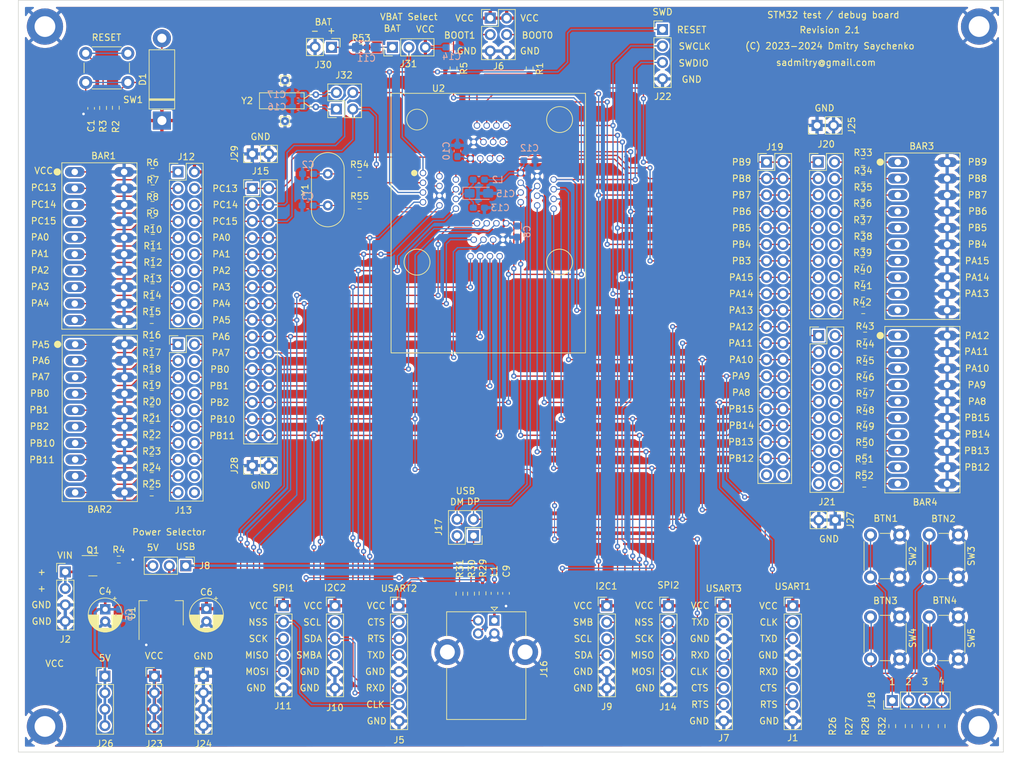
<source format=kicad_pcb>
(kicad_pcb (version 20211014) (generator pcbnew)
  (layers (0 "F.Cu" signal) (31 "B.Cu" signal) (34 "B.Paste" user) (35 "F.Paste" user) (36 "B.SilkS" user "B.Silkscreen") (37 "F.SilkS" user "F.Silkscreen") (38 "B.Mask" user) (39 "F.Mask" user) (44 "Edge.Cuts" user))
  (net 0 "")
  (net 1 "Net-(BAR1-Pad1)")
  (net 2 "Net-(BAR1-Pad2)")
  (net 3 "Net-(BAR1-Pad3)")
  (net 4 "Net-(BAR1-Pad4)")
  (net 5 "Net-(BAR1-Pad5)")
  (net 6 "Net-(BAR1-Pad6)")
  (net 7 "Net-(BAR1-Pad7)")
  (net 8 "Net-(BAR1-Pad8)")
  (net 9 "Net-(BAR1-Pad9)")
  (net 10 "Net-(BAR1-Pad10)")
  (net 11 "GND")
  (net 12 "Net-(BAR2-Pad1)")
  (net 13 "Net-(BAR2-Pad2)")
  (net 14 "Net-(BAR2-Pad3)")
  (net 15 "Net-(BAR2-Pad4)")
  (net 16 "Net-(BAR2-Pad5)")
  (net 17 "Net-(BAR2-Pad6)")
  (net 18 "Net-(BAR2-Pad7)")
  (net 19 "Net-(BAR2-Pad8)")
  (net 20 "Net-(BAR2-Pad9)")
  (net 21 "Net-(BAR2-Pad10)")
  (net 22 "Net-(BAR3-Pad1)")
  (net 23 "Net-(BAR3-Pad2)")
  (net 24 "Net-(BAR3-Pad3)")
  (net 25 "Net-(BAR3-Pad4)")
  (net 26 "Net-(BAR3-Pad5)")
  (net 27 "Net-(BAR3-Pad6)")
  (net 28 "Net-(BAR3-Pad7)")
  (net 29 "Net-(BAR3-Pad8)")
  (net 30 "Net-(BAR3-Pad9)")
  (net 31 "Net-(BAR3-Pad10)")
  (net 32 "Net-(BAR4-Pad1)")
  (net 33 "Net-(BAR4-Pad2)")
  (net 34 "Net-(BAR4-Pad3)")
  (net 35 "Net-(BAR4-Pad4)")
  (net 36 "Net-(BAR4-Pad5)")
  (net 37 "Net-(BAR4-Pad6)")
  (net 38 "Net-(BAR4-Pad7)")
  (net 39 "Net-(BAR4-Pad8)")
  (net 40 "Net-(BAR4-Pad9)")
  (net 41 "Net-(BAR4-Pad10)")
  (net 42 "/RESET")
  (net 43 "/OSC_IN")
  (net 44 "/OSC_OUT")
  (net 45 "/V+")
  (net 46 "+3V3")
  (net 47 "/VUSB")
  (net 48 "Net-(C13-Pad2)")
  (net 49 "/PA8")
  (net 50 "/PA9")
  (net 51 "/PA10")
  (net 52 "/PA11")
  (net 53 "/PA12")
  (net 54 "/VIN")
  (net 55 "/PA0")
  (net 56 "/PA1")
  (net 57 "/PA2")
  (net 58 "/PA3")
  (net 59 "/PA4")
  (net 60 "/PB10")
  (net 61 "/PB11")
  (net 62 "/PB12")
  (net 63 "/PB13")
  (net 64 "/PB14")
  (net 65 "/VIN5V")
  (net 66 "/PB5")
  (net 67 "/PB6")
  (net 68 "/PB7")
  (net 69 "/PA5")
  (net 70 "/PA6")
  (net 71 "/PA7")
  (net 72 "/PB4")
  (net 73 "/PB3")
  (net 74 "/PB2")
  (net 75 "/PB1")
  (net 76 "/PB0")
  (net 77 "/PC13")
  (net 78 "/PB15")
  (net 79 "/PB9")
  (net 80 "/PB8")
  (net 81 "/PC15")
  (net 82 "/PC14")
  (net 83 "/VBUS")
  (net 84 "/UD-")
  (net 85 "/UD+")
  (net 86 "/D+")
  (net 87 "/D-")
  (net 88 "/BTN1")
  (net 89 "/BTN2")
  (net 90 "/BTN3")
  (net 91 "/BTN4")
  (net 92 "/PA13")
  (net 93 "/PA14")
  (net 94 "/PA15")
  (net 95 "Net-(J6-Pad3)")
  (net 96 "Net-(Q1-Pad1)")
  (net 97 "/BOOT0")
  (net 98 "Net-(R3-Pad2)")
  (net 101 "Net-(J6-Pad4)")
  (net 102 "/VBAT")
  (net 103 "Net-(J12-Pad1)")
  (net 104 "Net-(J12-Pad3)")
  (net 105 "Net-(J12-Pad5)")
  (net 106 "Net-(J12-Pad7)")
  (net 107 "Net-(J12-Pad9)")
  (net 108 "Net-(J12-Pad11)")
  (net 109 "Net-(J12-Pad13)")
  (net 110 "Net-(J12-Pad15)")
  (net 111 "Net-(J12-Pad17)")
  (net 112 "Net-(J12-Pad19)")
  (net 114 "Net-(J13-Pad1)")
  (net 115 "Net-(J13-Pad3)")
  (net 116 "Net-(J13-Pad5)")
  (net 117 "Net-(J13-Pad7)")
  (net 118 "Net-(J13-Pad9)")
  (net 119 "Net-(J13-Pad11)")
  (net 120 "Net-(J13-Pad13)")
  (net 121 "Net-(J13-Pad15)")
  (net 122 "Net-(J13-Pad17)")
  (net 124 "Net-(J13-Pad19)")
  (net 126 "Net-(J20-Pad2)")
  (net 127 "Net-(J20-Pad4)")
  (net 128 "Net-(J20-Pad6)")
  (net 129 "Net-(J20-Pad8)")
  (net 130 "Net-(J20-Pad10)")
  (net 131 "Net-(J20-Pad12)")
  (net 132 "Net-(J20-Pad14)")
  (net 133 "Net-(J20-Pad16)")
  (net 134 "Net-(J20-Pad18)")
  (net 135 "Net-(J20-Pad20)")
  (net 136 "Net-(J21-Pad2)")
  (net 137 "Net-(J21-Pad4)")
  (net 138 "Net-(J21-Pad6)")
  (net 139 "Net-(J21-Pad8)")
  (net 140 "Net-(J21-Pad10)")
  (net 141 "Net-(J21-Pad12)")
  (net 142 "Net-(J21-Pad14)")
  (net 143 "Net-(J21-Pad16)")
  (net 144 "Net-(J21-Pad18)")
  (net 146 "Net-(J21-Pad20)")
  (net 147 "Net-(C11-Pad1)")
  (net 148 "Net-(J30-Pad1)")
  (net 149 "/OSC32IN")
  (net 150 "/OSC32OUT")
  (net 151 "Net-(R55-Pad1)")
  (net 152 "Net-(C2-Pad1)")
  (footprint "Resistor_SMD:R_0603_1608Metric_Pad0.98x0.95mm_HandSolder" (layer "F.Cu") (at 20.6375 46.7995)
    (fp_text reference "R14")
    (fp_text value "300R")
  )
  (footprint "Capacitor_SMD:C_0603_1608Metric_Pad1.08x0.95mm_HandSolder" (layer "F.Cu") (at 75.2475 91.5035 -90)
    (fp_text reference "C9")
    (fp_text value "100n")
  )
  (footprint "Capacitor_THT:CP_Radial_D5.0mm_P2.00mm" (layer "F.Cu") (at 29.0195 93.853 -90)
    (fp_text reference "C6")
    (fp_text value "47U")
  )
  (footprint "Connector_PinHeader_2.54mm:PinHeader_1x04_P2.54mm_Vertical" (layer "F.Cu") (at 21 104.3)
    (fp_text reference "J23")
    (fp_text value "VCC")
  )
  (footprint "Resistor_SMD:R_0603_1608Metric_Pad0.98x0.95mm_HandSolder" (layer "F.Cu") (at 20.701 26.4795)
    (fp_text reference "R6")
    (fp_text value "300R")
  )
  (footprint "Resistor_SMD:R_0603_1608Metric_Pad0.98x0.95mm_HandSolder" (layer "F.Cu") (at 20.574 60.706)
    (fp_text reference "R19")
    (fp_text value "300R")
  )
  (footprint "Connector_PinHeader_2.54mm:PinHeader_1x08_P2.54mm_Vertical" (layer "F.Cu") (at 58.74 93.43)
    (fp_text reference "J5")
    (fp_text value "USART2")
  )
  (footprint "Inductor_SMD:L_0603_1608Metric_Pad1.05x0.95mm_HandSolder" (layer "F.Cu") (at 73.4695 91.5035 90)
    (fp_text reference "L1")
    (fp_text value "L")
  )
  (footprint "Connector_PinHeader_2.54mm:PinHeader_1x02_P2.54mm_Vertical" (layer "F.Cu") (at 36.1 71.8 90)
    (fp_text reference "J28")
    (fp_text value "GND")
  )
  (footprint "Resistor_SMD:R_0603_1608Metric_Pad0.98x0.95mm_HandSolder" (layer "F.Cu") (at 69.85 91.567 90)
    (fp_text reference "R30")
    (fp_text value "22R")
  )
  (footprint "Connector_PinHeader_2.54mm:PinHeader_1x06_P2.54mm_Vertical" (layer "F.Cu") (at 90.8 93.43)
    (fp_text reference "J9")
    (fp_text value "I2C1")
  )
  (footprint "Resistor_SMD:R_0603_1608Metric_Pad0.98x0.95mm_HandSolder" (layer "F.Cu") (at 20.574 55.626)
    (fp_text reference "R17")
    (fp_text value "300R")
  )
  (footprint "Connector_PinHeader_2.54mm:PinHeader_1x04_P2.54mm_Vertical" (layer "F.Cu") (at 7.239 88.2115)
    (fp_text reference "J2")
    (fp_text value "Power IN")
  )
  (footprint "Resistor_SMD:R_0603_1608Metric_Pad0.98x0.95mm_HandSolder" (layer "F.Cu") (at 130.6635 56.813 180)
    (fp_text reference "R45")
    (fp_text value "300R")
  )
  (footprint "Resistor_SMD:R_0603_1608Metric_Pad0.98x0.95mm_HandSolder" (layer "F.Cu") (at 130.2825 32.586 180)
    (fp_text reference "R36")
    (fp_text value "300R")
  )
  (footprint "Connector_PinHeader_2.54mm:PinHeader_1x03_P2.54mm_Vertical" (layer "F.Cu") (at 25.8295 87.249 -90)
    (fp_text reference "J8")
    (fp_text value "Power Selector")
  )
  (footprint "Connector_PinHeader_2.54mm:PinHeader_1x04_P2.54mm_Vertical" (layer "F.Cu") (at 28.55 104.3)
    (fp_text reference "J24")
    (fp_text value "GND")
  )
  (footprint "Resistor_SMD:R_0603_1608Metric_Pad0.98x0.95mm_HandSolder" (layer "F.Cu") (at 67.15 10.5 -90)
    (fp_text reference "R5")
    (fp_text value "10k")
  )
  (footprint "Connector_PinHeader_2.54mm:PinHeader_1x06_P2.54mm_Vertical" (layer "F.Cu") (at 100.3 93.43)
    (fp_text reference "J14")
    (fp_text value "SPI2")
  )
  (footprint "Resistor_SMD:R_0603_1608Metric_Pad0.98x0.95mm_HandSolder" (layer "F.Cu") (at 52.66 31.66)
    (fp_text reference "R55")
    (fp_text value "150R")
  )
  (footprint "Resistor_SMD:R_0603_1608Metric_Pad0.98x0.95mm_HandSolder" (layer "F.Cu") (at 20.741 36.6395)
    (fp_text reference "R10")
    (fp_text value "300R")
  )
  (footprint "Connector_PinHeader_2.54mm:PinHeader_1x04_P2.54mm_Vertical" (layer "F.Cu") (at 13.35 104.3)
    (fp_text reference "J26")
    (fp_text value "5V")
  )
  (footprint "Connector_PinHeader_2.54mm:PinHeader_2x16_P2.54mm_Vertical" (layer "F.Cu") (at 36.1 29.0195)
    (fp_text reference "J15")
    (fp_text value "Conn_02x16_Odd_Even")
  )
  (footprint "Resistor_SMD:R_0603_1608Metric_Pad0.98x0.95mm_HandSolder" (layer "F.Cu") (at 78.9 10.5 90)
    (fp_text reference "R1")
    (fp_text value "10k")
  )
  (footprint "Capacitor_THT:CP_Radial_D5.0mm_P2.00mm" (layer "F.Cu") (at 13.3985 93.853 -90)
    (fp_text reference "C4")
    (fp_text value "47U")
  )
  (footprint "Connector_PinHeader_2.54mm:PinHeader_2x10_P2.54mm_Vertical" (layer "F.Cu") (at 24.638 53.086)
    (fp_text reference "J13")
    (fp_text value "LEDS1")
  )
  (footprint "Connector_PinHeader_2.54mm:PinHeader_2x10_P2.54mm_Vertical" (layer "F.Cu") (at 123.488 51.733)
    (fp_text reference "J21")
    (fp_text value "LEDS1")
  )
  (footprint "Resistor_SMD:R_0603_1608Metric_Pad0.98x0.95mm_HandSolder" (layer "F.Cu") (at 20.574 73.406)
    (fp_text reference "R24")
    (fp_text value "300R")
  )
  (footprint "Resistor_SMD:R_0603_1608Metric_Pad0.98x0.95mm_HandSolder" (layer "F.Cu") (at 134.85 112 -90)
    (fp_text reference "R26")
    (fp_text value "10k")
  )
  (footprint "Connector_PinHeader_2.54mm:PinHeader_2x02_P2.54mm_Vertical" (layer "F.Cu") (at 70.236 82.6135 180)
    (fp_text reference "J17")
    (fp_text value "USB Conn")
  )
  (footprint "Package_TO_SOT_SMD:SOT-223-3_TabPin2" (layer "F.Cu") (at 22.0345 94.5515 90)
    (fp_text reference "U1")
    (fp_text value "AMS1117-3.3")
  )
  (footprint "Resistor_SMD:R_0603_1608Metric_Pad0.98x0.95mm_HandSolder" (layer "F.Cu") (at 20.574 58.166)
    (fp_text reference "R18")
    (fp_text value "300R")
  )
  (footprint "Resistor_SMD:R_0603_1608Metric_Pad0.98x0.95mm_HandSolder" (layer "F.Cu") (at 20.701 31.5595)
    (fp_text reference "R8")
    (fp_text value "300R")
  )
  (footprint "Resistor_SMD:R_0603_1608Metric_Pad0.98x0.95mm_HandSolder" (layer "F.Cu") (at 130.2825 40.206 180)
    (fp_text reference "R39")
    (fp_text value "300R")
  )
  (footprint "my_display:DC10EWA" (layer "F.Cu") (at 8.763 53.086)
    (fp_text reference "BAR2")
    (fp_text value "HDSP-4832_2")
  )
  (footprint "Connector_PinHeader_2.54mm:PinHeader_2x10_P2.54mm_Vertical" (layer "F.Cu") (at 123.4195 24.966)
    (fp_text reference "J20")
    (fp_text value "LEDS1")
  )
  (footprint "Resistor_SMD:R_0603_1608Metric_Pad0.98x0.95mm_HandSolder" (layer "F.Cu") (at 52.6415 26.78)
    (fp_text reference "R54")
    (fp_text value "150R")
  )
  (footprint "Crystal:Crystal_HC49-4H_Vertical" (layer "F.Cu") (at 47.752 31.66 90)
    (fp_text reference "Y1")
    (fp_text value "8 MHz")
  )
  (footprint "Resistor_SMD:R_0603_1608Metric_Pad0.98x0.95mm_HandSolder" (layer "F.Cu") (at 130.6635 59.353 180)
    (fp_text reference "R46")
    (fp_text value "300R")
  )
  (footprint "Resistor_SMD:R_0603_1608Metric_Pad0.98x0.95mm_HandSolder" (layer "F.Cu") (at 130.346 45.286 180)
    (fp_text reference "R41")
    (fp_text value "300R")
  )
  (footprint "Connector_PinHeader_2.54mm:PinHeader_1x04_P2.54mm_Vertical" (layer "F.Cu") (at 134.85 108.05 90)
    (fp_text reference "J18")
    (fp_text value "Buttons")
  )
  (footprint "Resistor_SMD:R_0603_1608Metric_Pad0.98x0.95mm_HandSolder" (layer "F.Cu") (at 130.6635 66.973 180)
    (fp_text reference "R49")
    (fp_text value "300R")
  )
  (footprint "Resistor_SMD:R_0603_1608Metric_Pad0.98x0.95mm_HandSolder" (layer "F.Cu") (at 20.7645 41.7195)
    (fp_text reference "R12")
    (fp_text value "300R")
  )
  (footprint "Resistor_SMD:R_0603_1608Metric_Pad0.98x0.95mm_HandSolder" (layer "F.Cu") (at 13.0695 16.605 90)
    (fp_text reference "R3")
    (fp_text value "300R")
  )
  (footprint "MountingHole:MountingHole_3.2mm_M3_DIN965_Pad" (layer "F.Cu") (at 148.25 112.05)
    (fp_text reference "H4" hide)
    (fp_text value "MountingHole_Pad")
  )
  (footprint "Resistor_SMD:R_0603_1608Metric_Pad0.98x0.95mm_HandSolder" (layer "F.Cu") (at 15.494 86.299 180)
    (fp_text reference "R4")
    (fp_text value "10k")
  )
  (footprint "Resistor_SMD:R_0603_1608Metric_Pad0.98x0.95mm_HandSolder" (layer "F.Cu") (at 130.6235 69.513 180)
    (fp_text reference "R50")
    (fp_text value "300R")
  )
  (footprint "Resistor_SMD:R_0603_1608Metric_Pad0.98x0.95mm_HandSolder" (layer "F.Cu") (at 52.9 7.25)
    (fp_text reference "R53")
    (fp_text value "150R")
  )
  (footprint "Resistor_SMD:R_0603_1608Metric_Pad0.98x0.95mm_HandSolder" (layer "F.Cu") (at 20.574 75.946)
    (fp_text reference "R25")
    (fp_text value "300R")
  )
  (footprint "Resistor_SMD:R_0603_1608Metric_Pad0.98x0.95mm_HandSolder" (layer "F.Cu") (at 142.47 112 -90)
    (fp_text reference "R32")
    (fp_text value "10k")
  )
  (footprint "Connector_PinHeader_2.54mm:PinHeader_1x08_P2.54mm_Vertical" (layer "F.Cu") (at 119.5 93.43)
    (fp_text reference "J1")
    (fp_text value "USART1")
  )
  (footprint "Resistor_SMD:R_0603_1608Metric_Pad0.98x0.95mm_HandSolder" (layer "F.Cu") (at 130.346 37.666 180)
    (fp_text reference "R38")
    (fp_text value "300R")
  )
  (footprint "Connector_PinHeader_2.54mm:PinHeader_2x10_P2.54mm_Vertical" (layer "F.Cu") (at 24.638 26.4795)
    (fp_text reference "J12")
    (fp_text value "LEDS1")
  )
  (footprint "Resistor_SMD:R_0603_1608Metric_Pad0.98x0.95mm_HandSolder" (layer "F.Cu") (at 20.7645 39.1795)
    (fp_text reference "R11")
    (fp_text value "300R")
  )
  (footprint "Resistor_SMD:R_0603_1608Metric_Pad0.98x0.95mm_HandSolder" (layer "F.Cu") (at 20.701 44.2595)
    (fp_text reference "R13")
    (fp_text value "300R")
  )
  (footprint "Connector_PinHeader_2.54mm:PinHeader_1x02_P2.54mm_Vertical" (layer "F.Cu") (at 126.0525 80.2005 -90)
    (fp_text reference "J27")
    (fp_text value "GND")
  )
  (footprint "Connector_PinHeader_2.54mm:PinHeader_1x02_P2.54mm_Vertical" (layer "F.Cu") (at 123.2485 19.304 90)
    (fp_text reference "J25")
    (fp_text value "GND")
  )
  (footprint "Resistor_SMD:R_0603_1608Metric_Pad0.98x0.95mm_HandSolder" (layer "F.Cu") (at 130.306 35.126 180)
    (fp_text reference "R37")
    (fp_text value "300R")
  )
  (footprint "Crystal:Crystal_C26-LF_D2.1mm_L6.5mm_Horizontal" (layer "F.Cu") (at 45.9 14.55 -90)
    (fp_text reference "Y2")
    (fp_text value "Crystal")
  )
  (footprint "Resistor_SMD:R_0603_1608Metric_Pad0.98x0.95mm_HandSolder" (layer "F.Cu") (at 20.701 34.0995)
    (fp_text reference "R9")
    (fp_text value "300R")
  )
  (footprint "Button_Switch_THT:SW_PUSH_6mm" (layer "F.Cu") (at 10.391 8.172)
    (fp_text reference "SW1")
    (fp_text value "Reset")
  )
  (footprint "Resistor_SMD:R_0603_1608Metric_Pad0.98x0.95mm_HandSolder" (layer "F.Cu") (at 130.306 42.746 180)
    (fp_text reference "R40")
    (fp_text value "300R")
  )
  (footprint "Resistor_SMD:R_0603_1608Metric_Pad0.98x0.95mm_HandSolder" (layer "F.Cu") (at 130.346 24.966 180)
    (fp_text reference "R33")
    (fp_text value "300R")
  )
  (footprint "Connector_PinHeader_2.54mm:PinHeader_1x06_P2.54mm_Vertical" (layer "F.Cu") (at 48.85 93.43)
    (fp_text reference "J10")
    (fp_text value "I2C2")
  )
  (footprint "MountingHole:MountingHole_3.2mm_M3_DIN965_Pad" (layer "F.Cu") (at 148.25 4.05)
    (fp_text reference "H3" hide)
    (fp_text value "MountingHole_Pad")
  )
  (footprint "Resistor_SMD:R_0603_1608Metric_Pad0.98x0.95mm_HandSolder" (layer "F.Cu") (at 20.574 53.086)
    (fp_text reference "R16")
    (fp_text value "300R")
  )
  (footprint "TestPoint:TestPoint_THTPad_1.0x1.0mm_Drill0.5mm" (layer "F.Cu") (at 41.15 18.65)
    (fp_text reference "TP1" hide)
    (fp_text value "TestPoint" hide)
  )
  (footprint "Resistor_SMD:R_0603_1608Metric_Pad0.98x0.95mm_HandSolder" (layer "F.Cu") (at 130.3695 47.826 180)
    (fp_text reference "R42")
    (fp_text value "300R")
  )
  (footprint "Capacitor_SMD:C_0603_1608Metric_Pad1.08x0.95mm_HandSolder" (layer "F.Cu") (at 11.228 16.6715 -90)
    (fp_text reference "C1")
    (fp_text value "100n")
  )
  (footprint "my_sockets:LQFP48-ZIF" (layer "F.Cu") (at 72.517 29.4005 -90)
    (fp_text reference "U2")
    (fp_text value "STM32F103C8Tx")
  )
  (footprint "Resistor_SMD:R_0603_1608Metric_Pad0.98x0.95mm_HandSolder" (layer "F.Cu") (at 130.6635 61.893 180)
    (fp_text reference "R47")
    (fp_text value "300R")
  )
  (footprint "Connector_PinHeader_2.54mm:PinHeader_1x02_P2.54mm_Vertical" (layer "F.Cu") (at 48.325 7.2 -90)
    (fp_text reference "J30")
    (fp_text value "BAT")
  )
  (footprint "Connector_USB:USB_B_Lumberg_2411_02_Horizontal" (layer "F.Cu") (at 73.4495 95.7015 -90)
    (fp_text reference "J16")
    (fp_text value "USB_B")
  )
  (footprint "Diode_THT:D_5W_P12.70mm_Horizontal" (layer "F.Cu") (at 22.15 18.55 90)
    (fp_text reference "D1")
    (fp_text value "1N4148")
  )
  (footprint "Resistor_SMD:R_0603_1608Metric_Pad0.98x0.95mm_HandSolder" (layer "F.Cu") (at 20.574 70.866)
    (fp_text reference "R23")
    (fp_text value "300R")
  )
  (footprint "my_display:DC10EWA" (layer "F.Cu") (at 135.7 24.966)
    (fp_text reference "BAR3")
    (fp_text value "HDSP-4832_2")
  )
  (footprint "my_display:DC10EWA" (layer "F.Cu") (at 8.6995 26.4795)
    (fp_text reference "BAR1")
    (fp_text value "HDSP-4832_2")
  )
  (footprint "my_display:DC10EWA" (layer "F.Cu") (at 135.7 51.733)
    (fp_text reference "BAR4")
    (fp_text value "HDSP-4832_2")
  )
  (footprint "Resistor_SMD:R_0603_1608Metric_Pad0.98x0.95mm_HandSolder" (layer "F.Cu") (at 71.628 91.5035 90)
    (fp_text reference "R29")
    (fp_text value "1k5")
  )
  (footprint "Resistor_SMD:R_0603_1608Metric_Pad0.98x0.95mm_HandSolder" (layer "F.Cu") (at 130.6635 64.433 180)
    (fp_text reference "R48")
    (fp_text value "300R")
  )
  (footprint "Resistor_SMD:R_0603_1608Metric_Pad0.98x0.95mm_HandSolder" (layer "F.Cu") (at 15.038 16.5815 -90)
    (fp_text reference "R2")
    (fp_text value "10k")
  )
  (footprint "Button_Switch_THT:SW_PUSH_6mm" (layer "F.Cu") (at 136 95.15 -90)
    (fp_text reference "SW4")
    (fp_text value "Reset")
  )
  (footprint "Connector_PinHeader_2.54mm:PinHeader_1x06_P2.54mm_Vertical" (layer "F.Cu") (at 40.9 93.43)
    (fp_text reference "J11")
    (fp_text value "SPI1")
  )
  (footprint "Connector_PinHeader_2.54mm:PinHeader_2x02_P2.54mm_Vertical" (layer "F.Cu") (at 49.075 16.775 90)
    (fp_text reference "J32")
    (fp_text value "OSC32 Conn")
  )
  (footprint "Button_Switch_THT:SW_PUSH_6mm" (layer "F.Cu") (at 145.05 95.15 -90)
    (fp_text reference "SW5")
    (fp_text value "Reset")
  )
  (footprint "Resistor_SMD:R_0603_1608Metric_Pad0.98x0.95mm_HandSolder" (layer "F.Cu") (at 130.6635 54.273 180)
    (fp_text reference "R44")
    (fp_text value "300R")
  )
  (footprint "Resistor_SMD:R_0603_1608Metric_Pad0.98x0.95mm_HandSolder" (layer "F.Cu") (at 130.3695 27.506 180)
    (fp_text reference "R34")
    (fp_text value "300R")
  )
  (footprint "Connector_PinHeader_2.54mm:PinHeader_2x20_P2.54mm_Vertical" (layer "F.Cu") (at 115.45 24.966)
    (fp_text reference "J19")
    (fp_text value "Conn_02x20_Odd_Even")
  )
  (footprint "Connector_PinHeader_2.54mm:PinHeader_1x03_P2.54mm_Vertical" (layer "F.Cu") (at 57.725 7.25 90)
    (fp_text reference "J31")
    (fp_text value "VBAT Selector")
  )
  (footprint "Resistor_SMD:R_0603_1608Metric_Pad0.98x0.95mm_HandSolder" (layer "F.Cu") (at 130.5365 72.053 180)
    (fp_text reference "R51")
    (fp_text value "300R")
  )
  (footprint "Resistor_SMD:R_0603_1608Metric_Pad0.98x0.95mm_HandSolder" (layer "F.Cu") (at 130.5365 74.593 180)
    (fp_text reference "R52")
    (fp_text value "300R")
  )
  (footprint "Resistor_SMD:R_0603_1608Metric_Pad0.98x0.95mm_HandSolder" (layer "F.Cu") (at 68.072 91.567 90)
    (fp_text reference "R31")
    (fp_text value "22R")
  )
  (footprint "Resistor_SMD:R_0603_1608Metric_Pad0.98x0.95mm_HandSolder" (layer "F.Cu") (at 20.574 49.3395)
    (fp_text reference "R15")
    (fp_text value "300R")
  )
  (footprint "Resistor_SMD:R_0603_1608Metric_Pad0.98x0.95mm_HandSolder" (layer "F.Cu") (at 130.346 30.046 180)
    (fp_text reference "R35")
    (fp_text value "300R")
  )
  (footprint "Resistor_SMD:R_0603_1608Metric_Pad0.98x0.95mm_HandSolder" (layer "F.Cu") (at 139.93 112 -90)
    (fp_text reference "R28")
    (fp_text value "10k")
  )
  (footprint "TestPoint:TestPoint_THTPad_1.0x1.0mm_Drill0.5mm" (layer "F.Cu") (at 41.15 12.35)
    (fp_text reference "TP2" hide)
    (fp_text value "TestPoint" hide)
  )
  (footprint "Button_Switch_THT:SW_PUSH_6mm" (layer "F.Cu") (at 136 82.5 -90)
    (fp_text reference "SW2")
    (fp_text value "Reset")
  )
  (footprint "MountingHole:MountingHole_3.2mm_M3_DIN965_Pad" (layer "F.Cu") (at 4.1 112.1)
    (fp_text reference "H2" hide)
    (fp_text value "MountingHole_Pad")
  )
  (footprint "Resistor_SMD:R_0603_1608Metric_Pad0.98x0.95mm_HandSolder" (layer "F.Cu") (at 130.6635 51.733 180)
    (fp_text reference "R43")
    (fp_text value "300R")
  )
  (footprint "Connector_PinHeader_2.54mm:PinHeader_1x02_P2.54mm_Vertical" (layer "F.Cu") (at 36.1 23.7 90)
    (fp_text reference "J29")
    (fp_text value "GND")
  )
  (footprint "Resistor_SMD:R_0603_1608Metric_Pad0.98x0.95mm_HandSolder" (layer "F.Cu") (at 20.614 63.246)
    (fp_text reference "R20")
    (fp_text value "300R")
  )
  (footprint "Connector_PinHeader_2.54mm:PinHeader_2x03_P2.54mm_Vertical" (layer "F.Cu") (at 72.81 2.7455)
    (fp_text reference "J6")
    (fp_text value "BOOT")
  )
  (footprint "Resistor_SMD:R_0603_1608Metric_Pad0.98x0.95mm_HandSolder" (layer "F.Cu") (at 20.741 29.0195)
    (fp_text reference "R7")
    (fp_text value "300R")
  )
  (footprint "Connector_PinHeader_2.54mm:PinHeader_1x08_P2.54mm_Vertical" (layer "F.Cu") (at 108.85 93.43)
    (fp_text reference "J7")
    (fp_text value "USART3")
  )
  (footprint "Resistor_SMD:R_0603_1608Metric_Pad0.98x0.95mm_HandSolder" (layer "F.Cu") (at 137.39 112 -90)
    (fp_text reference "R27")
    (fp_text value "10k")
  )
  (footprint "Resistor_SMD:R_0603_1608Metric_Pad0.98x0.95mm_HandSolder" (layer "F.Cu") (at 20.574 68.326)
    (fp_text reference "R22")
    (fp_text value "300R")
  )
  (footprint "Package_TO_SOT_SMD:SOT-23" (layer "F.Cu") (at 11.4935 87.249)
    (fp_text reference "Q1")
    (fp_text value "IRLML5203")
  )
  (footprint "Button_Switch_THT:SW_PUSH_6mm" (layer "F.Cu") (at 145.05 82.5 -90)
    (fp_text reference "SW3")
    (fp_text value "Reset")
  )
  (footprint "Connector_PinHeader_2.54mm:PinHeader_1x04_P2.54mm_Vertical" (layer "F.Cu") (at 99.4 4.5)
    (fp_text reference "J22")
    (fp_text value "SWD")
  )
  (footprint "MountingHole:MountingHole_3.2mm_M3_DIN965_Pad" (layer "F.Cu") (at 4.1 4.05)
    (fp_text reference "H1" hide)
    (fp_text value "MountingHole_Pad")
  )
  (footprint "Resistor_SMD:R_0603_1608Metric_Pad0.98x0.95mm_HandSolder" (layer "F.Cu") (at 20.574 65.786)
    (fp_text reference "R21")
    (fp_text value "300R")
  )
  (footprint "Capacitor_SMD:C_0603_1608Metric_Pad1.08x0.95mm_HandSolder" (layer "B.Cu") (at 44.6405 31.66 180)
    (fp_text reference "C3")
    (fp_text value "22pF")
  )
  (footprint "Capacitor_Tantalum_SMD:CP_EIA-3216-18_Kemet-A_Pad1.58x1.35mm_HandSolder" (layer "B.Cu") (at 71.0565 29.7815)
    (fp_text reference "C15")
    (fp_text value "10U")
  )
  (footprint "Capacitor_SMD:C_0603_1608Metric_Pad1.08x0.95mm_HandSolder" (layer "B.Cu") (at 71.0565 32.004 180)
    (fp_text reference "C13")
    (fp_text value "10u")
  )
  (footprint "Capacitor_SMD:C_0603_1608Metric_Pad1.08x0.95mm_HandSolder" (layer "B.Cu") (at 78.867 24.7015)
    (fp_text reference "C12")
    (fp_text value "100n")
  )
  (footprint "Capacitor_SMD:C_0603_1608Metric_Pad1.08x0.95mm_HandSolder" (layer "B.Cu") (at 76.962 35.687 -90)
    (fp_text reference "C8")
    (fp_text value "100n")
  )
  (footprint "Capacitor_SMD:C_0603_1608Metric_Pad1.08x0.95mm_HandSolder" (layer "B.Cu") (at 67.7545 23.241 90)
    (fp_text reference "C10")
    (fp_text value "100n")
  )
  (footprint "Capacitor_SMD:C_0603_1608Metric_Pad1.08x0.95mm_HandSolder" (layer "B.Cu") (at 43.15 16.45)
    (fp_text reference "C16")
    (fp_text value "22pF")
  )
  (footprint "Capacitor_SMD:C_0603_1608Metric_Pad1.08x0.95mm_HandSolder" (layer "B.Cu") (at 44.704 26.78 180)
    (fp_text reference "C2")
    (fp_text value "22pF")
  )
  (footprint "Capacitor_SMD:C_0603_1608Metric_Pad1.08x0.95mm_HandSolder" (layer "B.Cu") (at 43.15 14.55)
    (fp_text reference "C17")
    (fp_text value "22pF")
  )
  (footprint "Capacitor_SMD:C_0603_1608Metric_Pad1.08x0.95mm_HandSolder" (layer "B.Cu") (at 15.5575 94.832 -90)
    (fp_text reference "C5")
    (fp_text value "100n")
  )
  (footprint "Inductor_SMD:L_0603_1608Metric_Pad1.05x0.95mm_HandSolder" (layer "B.Cu") (at 71.0565 27.686)
    (fp_text reference "L2")
    (fp_text value "L")
  )
  (footprint "Capacitor_SMD:C_0603_1608Metric_Pad1.08x0.95mm_HandSolder" (layer "B.Cu") (at 66.85 7.25)
    (fp_text reference "C14")
    (fp_text value "100n")
  )
  (footprint "Capacitor_Tantalum_SMD:CP_EIA-3216-18_Kemet-A_Pad1.58x1.35mm_HandSolder" (layer "B.Cu") (at 53.7 7.25 180)
    (fp_text reference "C11")
    (fp_text value "4,7 u")
  )
  (gr_rect (start 0 0) (end 152 116) (layer "Edge.Cuts") (width 0.1) (fill none))
  (gr_text "PB9" (at 148 24.95) (layer "F.SilkS") (effects (font (size 1 1))))
  (gr_text "PA14" (at 111.55 45.286) (layer "F.SilkS") (effects (font (size 1 1))))
  (gr_text "TXD" (at 115.8 98.51) (layer "F.SilkS") (effects (font (size 1 1))))
  (gr_text "MISO" (at 36.8 101.05) (layer "F.SilkS") (effects (font (size 1 1))))
  (gr_text "PB6" (at 111.65 32.586) (layer "F.SilkS") (effects (font (size 1 1))))
  (gr_text "PA12" (at 111.55 50.39) (layer "F.SilkS") (effects (font (size 1 1))))
  (gr_text "GND" (at 55.3 111.21) (layer "F.SilkS") (effects (font (size 1 1))))
  (gr_text "PC13" (at 31.9 29.05) (layer "F.SilkS") (effects (font (size 1 1))))
  (gr_text "PA2" (at 31.35 41.7) (layer "F.SilkS") (effects (font (size 1 1))))
  (gr_text "RESET" (at 103.9 4.55) (layer "F.SilkS") (effects (font (size 1 1))))
  (gr_text "+" (at 3.6 88.199) (layer "F.SilkS") (effects (font (size 1 1))))
  (gr_text "PA14" (at 147.95 42.75) (layer "F.SilkS") (effects (font (size 1 1))))
  (gr_text "SDA" (at 45.45 98.51) (layer "F.SilkS") (effects (font (size 1 1))))
  (gr_text "CLK" (at 105.05 103.59) (layer "F.SilkS") (effects (font (size 1 1))))
  (gr_text "PB6" (at 148.05 32.55) (layer "F.SilkS") (effects (font (size 1 1))))
  (gr_text "RTS" (at 105.2 108.67) (layer "F.SilkS") (effects (font (size 1 1))))
  (gr_text "PB0" (at 3.3 60.65) (layer "F.SilkS") (effects (font (size 1 1))))
  (gr_text "PA15" (at 111.55 42.746) (layer "F.SilkS") (effects (font (size 1 1))))
  (gr_text "PB13" (at 111.5 68.146) (layer "F.SilkS") (effects (font (size 1 1))))
  (gr_text "PB13" (at 147.9 69.5) (layer "F.SilkS") (effects (font (size 1 1))))
  (gr_text "PA1" (at 31.35 39.15) (layer "F.SilkS") (effects (font (size 1 1))))
  (gr_text "SCK" (at 37.05 98.51) (layer "F.SilkS") (effects (font (size 1 1))))
  (gr_text "VCC" (at 96.6 93.4) (layer "F.SilkS") (effects (font (size 1 1))))
  (gr_text "RTS" (at 115.8 108.67) (layer "F.SilkS") (effects (font (size 1 1))))
  (gr_text "PB15" (at 111.55 63.066) (layer "F.SilkS") (effects (font (size 1 1))))
  (gr_text "GND" (at 115.7 101.05) (layer "F.SilkS") (effects (font (size 1 1))))
  (gr_text "PA13" (at 147.9 45.25) (layer "F.SilkS") (effects (font (size 1 1))))
  (gr_text "GND" (at 3.6 95.8315) (layer "F.SilkS") (effects (font (size 1 1))))
  (gr_text "PB10" (at 3.7 68.35) (layer "F.SilkS") (effects (font (size 1 1))))
  (gr_text "VIN" (at 7.2 85.65) (layer "F.SilkS") (effects (font (size 1 1))))
  (gr_text "TXD" (at 55.2 101.05) (layer "F.SilkS") (effects (font (size 1 1))))
  (gr_text "BTN1" (at 133.85 79.95) (layer "F.SilkS") (effects (font (size 1 1))))
  (gr_text "GND" (at 44.95 106.107) (layer "F.SilkS") (effects (font (size 1 1))))
  (gr_text "PA9" (at 147.9 59.35) (layer "F.SilkS") (effects (font (size 1 1))))
  (gr_text "VCC" (at 105.2 93.4) (layer "F.SilkS") (effects (font (size 1 1))))
  (gr_text "PA0" (at 31.35 36.6) (layer "F.SilkS") (effects (font (size 1 1))))
  (gr_text "VCC" (at 45.5 93.43) (layer "F.SilkS") (effects (font (size 1 1))))
  (gr_text "+" (at 48.3 4.65) (layer "F.SilkS") (effects (font (size 1 1))))
  (gr_text "CLK" (at 55.1 108.67) (layer "F.SilkS") (effects (font (size 1 1))))
  (gr_text "PA7" (at 3.45 58.1) (layer "F.SilkS") (effects (font (size 1 1))))
  (gr_text "RESET" (at 13.6005 5.7365) (layer "F.SilkS") (effects (font (size 1 1))))
  (gr_text "GND" (at 55.05 103.59) (layer "F.SilkS") (effects (font (size 1 1))))
  (gr_text "VCC" (at 20.95 101.15) (layer "F.SilkS") (effects (font (size 1 1))))
  (gr_text "PB11" (at 31.45 67.2) (layer "F.SilkS") (effects (font (size 1 1))))
  (gr_text "PC15" (at 3.9 34.05) (layer "F.SilkS") (effects (font (size 1 1))))
  (gr_text "SCK" (at 96.6 98.51) (layer "F.SilkS") (effects (font (size 1 1))))
  (gr_text "GND" (at 125.095 83.1215) (layer "F.SilkS") (effects (font (size 1 1))))
  (gr_text "STM32 test / debug board" (at 125.75 2.25) (layer "F.SilkS") (effects (font (size 1 1))))
  (gr_text "SCL" (at 87.1 98.51) (layer "F.SilkS") (effects (font (size 1 1))))
  (gr_text "PA8" (at 147.95 61.9) (layer "F.SilkS") (effects (font (size 1 1))))
  (gr_text "GND" (at 124.3965 16.637) (layer "F.SilkS") (effects (font (size 1 1))))
  (gr_text "5V" (at 20.75 84.45) (layer "F.SilkS") (effects (font (size 1 1))))
  (gr_text "SCL" (at 45.35 95.97) (layer "F.SilkS") (effects (font (size 1 1))))
  (gr_text "BOOT1" (at 68.1 5.4) (layer "F.SilkS") (effects (font (size 1 1))))
  (gr_text "(C) 2023-2024 Dmitry Saychenko" (at 125.222 7.0485) (layer "F.SilkS") (effects (font (size 1 1))))
  (gr_text "PC13" (at 3.9 28.9) (layer "F.SilkS") (effects (font (size 1 1))))
  (gr_text "DM" (at 67.696 77.4) (layer "F.SilkS") (effects (font (size 1 1))))
  (gr_text "GND" (at 78.941 7.8255) (layer "F.SilkS") (effects (font (size 1 1))))
  (gr_text " NSS" (at 96.15 95.97) (layer "F.SilkS") (effects (font (size 1 1))))
  (gr_text "PB2" (at 31.05 62.05) (layer "F.SilkS") (effects (font (size 1 1))))
  (gr_text "MOSI" (at 96.4 103.59) (layer "F.SilkS") (effects (font (size 1 1))))
  (gr_text "PA5" (at 31.35 49.35) (layer "F.SilkS") (effects (font (size 1 1))))
  (gr_text "PA7" (at 31.25 54.4) (layer "F.SilkS") (effects (font (size 1 1))))
  (gr_text "PA0" (at 3.35 36.55) (layer "F.SilkS") (effects (font (size 1 1))))
  (gr_text "VCC" (at 115.75 93.45) (layer "F.SilkS") (effects (font (size 1 1))))
  (gr_text "VCC" (at 55.2 93.43) (layer "F.SilkS") (effects (font (size 1 1))))
  (gr_text "BTN2" (at 142.75 80) (layer "F.SilkS") (effects (font (size 1 1))))
  (gr_text "BAT" (at 57.7 4.35) (layer "F.SilkS") (effects (font (size 1 1))))
  (gr_text "CLK" (at 115.8 95.97) (layer "F.SilkS") (effects (font (size 1 1))))
  (gr_text "PA1" (at 3.35 39.1) (layer "F.SilkS") (effects (font (size 1 1))))
  (gr_text "I2C2" (at 48.85 90.65) (layer "F.SilkS") (effects (font (size 1 1))))
  (gr_text "3" (at 139.9 105.15) (layer "F.SilkS") (effects (font (size 1 1))))
  (gr_text "GND" (at 105.15 98.51) (layer "F.SilkS") (effects (font (size 1 1))))
  (gr_text "VCC" (at 87.15 93.43) (layer "F.SilkS") (effects (font (size 1 1))))
  (gr_text "PA5" (at 3.45 53.15) (layer "F.SilkS") (effects (font (size 1 1))))
  (gr_text "GND" (at 28.55 101.2) (layer "F.SilkS") (effects (font (size 1 1))))
  (gr_text "PB12" (at 111.55 70.686) (layer "F.SilkS") (effects (font (size 1 1))))
  (gr_text "VBAT Select" (at 60.25 2.55) (layer "F.SilkS") (effects (font (size 1 1))))
  (gr_text "USART1" (at 119.5 90.45) (layer "F.SilkS") (effects (font (size 1 1))))
  (gr_text "PB7" (at 111.6 30.046) (layer "F.SilkS") (effects (font (size 1 1))))
  (gr_text "PB8" (at 148 27.5) (layer "F.SilkS") (effects (font (size 1 1))))
  (gr_text "PB2" (at 3.25 65.75) (layer "F.SilkS") (effects (font (size 1 1))))
  (gr_text "MOSI" (at 36.85 103.59) (layer "F.SilkS") (effects (font (size 1 1))))
  (gr_text "PB12" (at 147.95 72.05) (layer "F.SilkS") (effects (font (size 1 1))))
  (gr_text "PB14" (at 148 66.95) (layer "F.SilkS") (effects (font (size 1 1))))
  (gr_text "PB4" (at 111.6 37.666) (layer "F.SilkS") (effects (font (size 1 1))))
  (gr_text "BAT" (at 47.05 3.35) (layer "F.SilkS") (effects (font (size 1 1))))
  (gr_text "PA8" (at 111.55 60.526) (layer "F.SilkS") (effects (font (size 1 1))))
  (gr_text "PB0" (at 31.1 56.95) (layer "F.SilkS") (effects (font (size 1 1))))
  (gr_text "PB15" (at 147.95 64.4) (layer "F.SilkS") (effects (font (size 1 1))))
  (gr_text "VCC" (at 5.6 102.35) (layer "F.SilkS") (effects (font (size 1 1))))
  (gr_text "PA6" (at 31.3 51.9) (layer "F.SilkS") (effects (font (size 1 1))))
  (gr_text "RXD" (at 105.2 101.05) (layer "F.SilkS") (effects (font (size 1 1))))
  (gr_text "2" (at 137.35 105.15) (layer "F.SilkS") (effects (font (size 1 1))))
  (gr_text "MISO" (at 96.3 101.05) (layer "F.SilkS") (effects (font (size 1 1))))
  (gr_text "4" (at 142.45 105.05) (layer "F.SilkS") (effects (font (size 1 1))))
  (gr_text "PA10" (at 111.55 55.446) (layer "F.SilkS") (effects (font (size 1 1))))
  (gr_text "VCC" (at 37.1 93.43) (layer "F.SilkS") (effects (font (size 1 1))))
  (gr_text "BTN3" (at 133.8 92.65) (layer "F.SilkS") (effects (font (size 1 1))))
  (gr_text "PB3" (at 111.6 40.206) (layer "F.SilkS") (effects (font (size 1 1))))
  (gr_text "GND" (at 37.37 74.85) (layer "F.SilkS") (effects (font (size 1 1))))
  (gr_text "I2C1" (at 90.75 90.4) (layer "F.SilkS") (effects (font (size 1 1))))
  (gr_text "RTS" (at 55.2 98.51) (layer "F.SilkS") (effects (font (size 1 1))))
  (gr_text "NSS" (at 37 95.97) (layer "F.SilkS") (effects (font (size 1 1))))
  (gr_text "PC15" (at 31.9 34.1) (layer "F.SilkS") (effects (font (size 1 1))))
  (gr_text "PB5" (at 111.6 35.126) (layer "F.SilkS") (effects (font (size 1 1))))
  (gr_text "PB10" (at 31.5 64.65) (layer "F.SilkS") (effects (font (size 1 1))))
  (gr_text "USB" (at 25.8 84.3) (layer "F.SilkS") (effects (font (size 1 1))))
  (gr_text "PA4" (at 3.35 46.75) (layer "F.SilkS") (effects (font (size 1 1))))
  (gr_text "1" (at 134.85 105.15) (layer "F.SilkS") (effects (font (size 1 1))))
  (gr_text "SWD" (at 99.4 1.8) (layer "F.SilkS") (effects (font (size 1 1))))
  (gr_text "GND" (at 3.55 93.2915) (layer "F.SilkS") (effects (font (size 1 1))))
  (gr_text "VCC" (at 3.9 26.3) (layer "F.SilkS") (effects (font (size 1 1))))
  (gr_text "PA15" (at 147.95 40.2) (layer "F.SilkS") (effects (font (size 1 1))))
  (gr_text "PB9" (at 111.6 24.966) (layer "F.SilkS") (effects (font (size 1 1))))
  (gr_text "PB8" (at 111.6 27.506) (layer "F.SilkS") (effects (font (size 1 1))))
  (gr_text "PA2" (at 3.35 41.65) (layer "F.SilkS") (effects (font (size 1 1))))
  (gr_text "PB1" (at 3.2 63.2) (layer "F.SilkS") (effects (font (size 1 1))))
  (gr_text "RXD" (at 115.75 103.59) (layer "F.SilkS") (effects (font (size 1 1))))
  (gr_text "PA13" (at 111.5 47.826) (layer "F.SilkS") (effects (font (size 1 1))))
  (gr_text "CTS" (at 115.75 106.13) (layer "F.SilkS") (effects (font (size 1 1))))
  (gr_text "SDA" (at 87.2 101.05) (layer "F.SilkS") (effects (font (size 1 1))))
  (gr_text "PB1" (at 31 59.5) (layer "F.SilkS") (effects (font (size 1 1))))
  (gr_text "PB4" (at 148 37.65) (layer "F.SilkS") (effects (font (size 1 1))))
  (gr_text "PA12" (at 147.95 51.75) (layer "F.SilkS") (effects (font (size 1 1))))
  (gr_text "SWDIO" (at 104.2 9.7) (layer "F.SilkS") (effects (font (size 1 1))))
  (gr_text "GND" (at 96.7 106.13) (layer "F.SilkS") (effects (font (size 1 1))))
  (gr_text "GND" (at 105.05 111.21) (layer "F.SilkS") (effects (font (size 1 1))))
  (gr_text "+" (at 3.6 90.7515) (layer "F.SilkS") (effects (font (size 1 1))))
  (gr_text "USART2" (at 58.7375 90.75) (layer "F.SilkS") (effects (font (size 1 1))))
  (gr_text "RXD" (at 55.1 106.107) (layer "F.SilkS") (effects (font (size 1 1))))
  (gr_text "GND" (at 37.37 21.05) (layer "F.SilkS") (effects (font (size 1 1))))
  (gr_text "SWCLK" (at 104.35 7.1) (layer "F.SilkS") (effects (font (size 1 1))))
  (gr_text "USB" (at 69 75.7) (layer "F.SilkS") (effects (font (size 1 1))))
  (gr_text "PA10" (at 147.95 56.8) (layer "F.SilkS") (effects (font (size 1 1))))
  (gr_text "PB7" (at 148 30.05) (layer "F.SilkS") (effects (font (size 1 1))))
  (gr_text "PB11" (at 3.65 70.9) (layer "F.SilkS") (effects (font (size 1 1))))
  (gr_text "sadmitry@gmail.com" (at 124.622 9.5985) (layer "F.SilkS") (effects (font (size 1 1))))
  (gr_text "5V" (at 13.35 101.5) (layer "F.SilkS") (effects (font (size 1 1))))
  (gr_text "TXD" (at 105.25 95.97) (layer "F.SilkS") (effects (font (size 1 1))))
  (gr_text "PA3" (at 31.35 44.25) (layer "F.SilkS") (effects (font (size 1 1))))
  (gr_text "BOOT0" (at 80.1 5.4) (layer "F.SilkS") (effects (font (size 1 1))))
  (gr_text "SMB" (at 87.15 95.97) (layer "F.SilkS") (effects (font (size 1 1))))
  (gr_text "VCC" (at 68.85 2.7455) (layer "F.SilkS") (effects (font (size 1 1))))
  (gr_text "-" (at 45.75 4.7) (layer "F.SilkS") (effects (font (size 1 1))))
  (gr_text "PC14" (at 31.95 31.55) (layer "F.SilkS") (effects (font (size 1 1))))
  (gr_text "PA11" (at 111.45 52.906) (layer "F.SilkS") (effects (font (size 1 1))))
  (gr_text "GND" (at 103.9 12.2) (layer "F.SilkS") (effects (font (size 1 1))))
  (gr_text "GND" (at 115.85 111.21) (layer "F.SilkS") (effects (font (size 1 1))))
  (gr_text "GND" (at 69.2 7.8255) (layer "F.SilkS") (effects (font (size 1 1))))
  (gr_text "CTS" (at 55.2 95.97) (layer "F.SilkS") (effects (font (size 1 1))))
  (gr_text "PA11" (at 147.85 54.2) (layer "F.SilkS") (effects (font (size 1 1))))
  (gr_text "SPI2" (at 100.3 90.25) (layer "F.SilkS") (effects (font (size 1 1))))
  (gr_text "GND" (at 36.7 106.107) (layer "F.SilkS") (effects (font (size 1 1))))
  (gr_text "SMBA" (at 44.85 101.05) (layer "F.SilkS") (effects (font (size 1 1))))
  (gr_text "PA3" (at 3.35 44.2) (layer "F.SilkS") (effects (font (size 1 1))))
  (gr_text "VCC" (at 62.8 4.45) (layer "F.SilkS") (effects (font (size 1 1))))
  (gr_text "PB14" (at 111.6 65.606) (layer "F.SilkS") (effects (font (size 1 1))))
  (gr_text "GND" (at 87.15 106.13) (layer "F.SilkS") (effects (font (size 1 1))))
  (gr_text "GND" (at 87.15 103.59) (layer "F.SilkS") (effects (font (size 1 1))))
  (gr_text "PA6" (at 3.5 55.6) (layer "F.SilkS") (effects (font (size 1 1))))
  (gr_text "PA9" (at 111.5 57.986) (layer "F.SilkS") (effects (font (size 1 1))))
  (gr_text "Revision 2.1" (at 125.222 4.572) (layer "F.SilkS") (effects (font (size 1 1))))
  (gr_text "USART3" (at 108.85 90.75) (layer "F.SilkS") (effects (font (size 1 1))))
  (gr_text "GND" (at 44.95 103.59) (layer "F.SilkS") (effects (font (size 1 1))))
  (gr_text "CTS" (at 105.15 106.13) (layer "F.SilkS") (effects (font (size 1 1))))
  (gr_text "VCC" (at 78.891 2.7455) (layer "F.SilkS") (effects (font (size 1 1))))
  (gr_text "SPI1" (at 40.9 90.7) (layer "F.SilkS") (effects (font (size 1 1))))
  (gr_text "PB5" (at 148 35.1) (layer "F.SilkS") (effects (font (size 1 1))))
  (gr_text "Power Selector" (at 23.25 82.05) (layer "F.SilkS") (effects (font (size 1 1))))
  (gr_text "PC14" (at 3.9 31.5) (layer "F.SilkS") (effects (font (size 1 1))))
  (gr_text "DP" (at 70.236 77.35) (layer "F.SilkS") (effects (font (size 1 1))))
  (gr_text "BTN4" (at 142.95 92.6) (layer "F.SilkS") (effects (font (size 1 1))))
  (gr_text "PA4" (at 31.35 46.8) (layer "F.SilkS") (effects (font (size 1 1))))
  (segment (start 17.7165 27.686) (end 18.923 26.4795) (width 0.2) (layer "F.Cu") (net 1))
  (segment (start 8.6995 26.4795) (end 12.065 26.4795) (width 0.2) (layer "F.Cu") (net 1))
  (segment (start 18.923 26.4795) (end 19.7885 26.4795) (width 0.2) (layer "F.Cu") (net 1))
  (segment (start 12.065 26.4795) (end 13.2715 27.686) (width 0.2) (layer "F.Cu") (net 1))
  (segment (start 13.2715 27.686) (end 17.7165 27.686) (width 0.2) (layer "F.Cu") (net 1))
  (segment (start 18.9865 29.0195) (end 19.8285 29.0195) (width 0.2) (layer "F.Cu") (net 2))
  (segment (start 8.6995 29.0195) (end 11.303 29.0195) (width 0.2) (layer "F.Cu") (net 2))
  (segment (start 11.303 29.0195) (end 12.5095 30.226) (width 0.2) (layer "F.Cu") (net 2))
  (segment (start 17.78 30.226) (end 18.9865 29.0195) (width 0.2) (layer "F.Cu") (net 2))
  (segment (start 12.5095 30.226) (end 17.78 30.226) (width 0.2) (layer "F.Cu") (net 2))
  (segment (start 12.6365 32.8295) (end 17.5895 32.8295) (width 0.2) (layer "F.Cu") (net 3))
  (segment (start 18.8595 31.5595) (end 19.7885 31.5595) (width 0.2) (layer "F.Cu") (net 3))
  (segment (start 8.6995 31.5595) (end 11.3665 31.5595) (width 0.2) (layer "F.Cu") (net 3))
  (segment (start 11.3665 31.5595) (end 12.6365 32.8295) (width 0.2) (layer "F.Cu") (net 3))
  (segment (start 17.5895 32.8295) (end 18.8595 31.5595) (width 0.2) (layer "F.Cu") (net 3))
  (segment (start 17.4625 35.3695) (end 18.7325 34.0995) (width 0.2) (layer "F.Cu") (net 4))
  (segment (start 11.176 34.0995) (end 12.446 35.3695) (width 0.2) (layer "F.Cu") (net 4))
  (segment (start 12.446 35.3695) (end 17.4625 35.3695) (width 0.2) (layer "F.Cu") (net 4))
  (segment (start 18.7325 34.0995) (end 19.7885 34.0995) (width 0.2) (layer "F.Cu") (net 4))
  (segment (start 8.6995 34.0995) (end 11.176 34.0995) (width 0.2) (layer "F.Cu") (net 4))
  (segment (start 8.6995 36.6395) (end 11.176 36.6395) (width 0.2) (layer "F.Cu") (net 5))
  (segment (start 11.176 36.6395) (end 12.446 37.9095) (width 0.2) (layer "F.Cu") (net 5))
  (segment (start 17.5895 37.9095) (end 18.8595 36.6395) (width 0.2) (layer "F.Cu") (net 5))
  (segment (start 12.446 37.9095) (end 17.5895 37.9095) (width 0.2) (layer "F.Cu") (net 5))
  (segment (start 18.8595 36.6395) (end 19.8285 36.6395) (width 0.2) (layer "F.Cu") (net 5))
  (segment (start 18.9865 39.1795) (end 19.852 39.1795) (width 0.2) (layer "F.Cu") (net 6))
  (segment (start 8.6995 39.1795) (end 11.049 39.1795) (width 0.2) (layer "F.Cu") (net 6))
  (segment (start 12.319 40.4495) (end 17.7165 40.4495) (width 0.2) (layer "F.Cu") (net 6))
  (segment (start 11.049 39.1795) (end 12.319 40.4495) (width 0.2) (layer "F.Cu") (net 6))
  (segment (start 17.7165 40.4495) (end 18.9865 39.1795) (width 0.2) (layer "F.Cu") (net 6))
  (segment (start 17.5895 42.9895) (end 18.8595 41.7195) (width 0.2) (layer "F.Cu") (net 7))
  (segment (start 10.922 41.7195) (end 12.192 42.9895) (width 0.2) (layer "F.Cu") (net 7))
  (segment (start 8.6995 41.7195) (end 10.922 41.7195) (width 0.2) (layer "F.Cu") (net 7))
  (segment (start 12.192 42.9895) (end 17.5895 42.9895) (width 0.2) (layer "F.Cu") (net 7))
  (segment (start 18.8595 41.7195) (end 19.852 41.7195) (width 0.2) (layer "F.Cu") (net 7))
  (segment (start 11.684 45.5295) (end 17.653 45.5295) (width 0.2) (layer "F.Cu") (net 8))
  (segment (start 17.653 45.5295) (end 18.923 44.2595) (width 0.2) (layer "F.Cu") (net 8))
  (segment (start 8.6995 44.2595) (end 10.414 44.2595) (width 0.2) (layer "F.Cu") (net 8))
  (segment (start 18.923 44.2595) (end 19.7885 44.2595) (width 0.2) (layer "F.Cu") (net 8))
  (segment (start 10.414 44.2595) (end 11.684 45.5295) (width 0.2) (layer "F.Cu") (net 8))
  (segment (start 17.4625 48.0695) (end 18.7325 46.7995) (width 0.2) (layer "F.Cu") (net 9))
  (segment (start 10.7315 46.7995) (end 12.0015 48.0695) (width 0.2) (layer "F.Cu") (net 9))
  (segment (start 8.6995 46.7995) (end 10.7315 46.7995) (width 0.2) (layer "F.Cu") (net 9))
  (segment (start 18.7325 46.7995) (end 19.725 46.7995) (width 0.2) (layer "F.Cu") (net 9))
  (segment (start 12.0015 48.0695) (end 17.4625 48.0695) (width 0.2) (layer "F.Cu") (net 9))
  (segment (start 8.6995 49.3395) (end 10.922 49.3395) (width 0.2) (layer "F.Cu") (net 10))
  (segment (start 19.2405 49.3395) (end 19.6615 49.3395) (width 0.2) (layer "F.Cu") (net 10))
  (segment (start 10.922 49.3395) (end 12.319 50.7365) (width 0.2) (layer "F.Cu") (net 10))
  (segment (start 17.8435 50.7365) (end 19.2405 49.3395) (width 0.2) (layer "F.Cu") (net 10))
  (segment (start 12.319 50.7365) (end 17.8435 50.7365) (width 0.2) (layer "F.Cu") (net 10))
  (segment (start 12.2005 17.5365) (end 11.2305 17.5365) (width 0.2) (layer "F.Cu") (net 11))
  (segment (start 75.2475 92.366) (end 75.2475 93.472) (width 0.4) (layer "F.Cu") (net 11))
  (segment (start 19.7345 97.7015) (end 19.7345 99.4655) (width 0.4) (layer "F.Cu") (net 11))
  (segment (start 12.2195 17.5175) (end 12.2005 17.5365) (width 0.2) (layer "F.Cu") (net 11))
  (segment (start 13.0695 17.5175) (end 12.2195 17.5175) (width 0.2) (layer "F.Cu") (net 11))
  (segment (start 11.228 17.534) (end 10.053 17.534) (width 0.2) (layer "F.Cu") (net 11))
  (segment (start 11.2305 17.5365) (end 11.228 17.534) (width 0.2) (layer "F.Cu") (net 11))
  (segment (start 17.6555 86.299) (end 16.4065 86.299) (width 0.2) (layer "F.Cu") (net 11))
  (via (at 75.2475 93.472) (size 0.8) (drill 0.4) (layers "F.Cu" "B.Cu") (net 11))
  (via (at 17.6555 86.299) (size 0.8) (drill 0.4) (layers "F.Cu" "B.Cu") (net 11))
  (via (at 19.7345 99.4655) (size 0.8) (drill 0.4) (layers "F.Cu" "B.Cu") (net 11))
  (via (at 10.053 17.534) (size 0.8) (drill 0.4) (layers "F.Cu" "B.Cu") (net 11))
  (segment (start 90.8135 106.1) (end 90.805 106.1085) (width 0.4) (layer "B.Cu") (net 11))
  (segment (start 18.7325 53.086) (end 19.6615 53.086) (width 0.2) (layer "F.Cu") (net 12))
  (segment (start 8.763 53.086) (end 10.9855 53.086) (width 0.2) (layer "F.Cu") (net 12))
  (segment (start 12.2555 54.356) (end 17.4625 54.356) (width 0.2) (layer "F.Cu") (net 12))
  (segment (start 17.4625 54.356) (end 18.7325 53.086) (width 0.2) (layer "F.Cu") (net 12))
  (segment (start 10.9855 53.086) (end 12.2555 54.356) (width 0.2) (layer "F.Cu") (net 12))
  (segment (start 18.7325 55.626) (end 19.6615 55.626) (width 0.2) (layer "F.Cu") (net 13))
  (segment (start 17.4625 56.896) (end 18.7325 55.626) (width 0.2) (layer "F.Cu") (net 13))
  (segment (start 12.0015 56.896) (end 17.4625 56.896) (width 0.2) (layer "F.Cu") (net 13))
  (segment (start 8.763 55.626) (end 10.7315 55.626) (width 0.2) (layer "F.Cu") (net 13))
  (segment (start 10.7315 55.626) (end 12.0015 56.896) (width 0.2) (layer "F.Cu") (net 13))
  (segment (start 8.763 58.166) (end 10.922 58.166) (width 0.2) (layer "F.Cu") (net 14))
  (segment (start 10.922 58.166) (end 12.192 59.436) (width 0.2) (layer "F.Cu") (net 14))
  (segment (start 18.7325 58.166) (end 19.6615 58.166) (width 0.2) (layer "F.Cu") (net 14))
  (segment (start 17.4625 59.436) (end 18.7325 58.166) (width 0.2) (layer "F.Cu") (net 14))
  (segment (start 12.192 59.436) (end 17.4625 59.436) (width 0.2) (layer "F.Cu") (net 14))
  (segment (start 10.922 60.706) (end 12.192 61.976) (width 0.2) (layer "F.Cu") (net 15))
  (segment (start 17.7165 61.976) (end 18.9865 60.706) (width 0.2) (layer "F.Cu") (net 15))
  (segment (start 12.192 61.976) (end 17.7165 61.976) (width 0.2) (layer "F.Cu") (net 15))
  (segment (start 8.763 60.706) (end 10.922 60.706) (width 0.2) (layer "F.Cu") (net 15))
  (segment (start 18.9865 60.706) (end 19.6615 60.706) (width 0.2) (layer "F.Cu") (net 15))
  (segment (start 19.05 63.246) (end 19.7015 63.246) (width 0.2) (layer "F.Cu") (net 16))
  (segment (start 11.049 63.246) (end 12.319 64.516) (width 0.2) (layer "F.Cu") (net 16))
  (segment (start 8.763 63.246) (end 11.049 63.246) (width 0.2) (layer "F.Cu") (net 16))
  (segment (start 17.78 64.516) (end 19.05 63.246) (width 0.2) (layer "F.Cu") (net 16))
  (segment (start 12.319 64.516) (end 17.78 64.516) (width 0.2) (layer "F.Cu") (net 16))
  (segment (start 19.05 65.786) (end 19.6615 65.786) (width 0.2) (layer "F.Cu") (net 17))
  (segment (start 12.319 67.056) (end 17.78 67.056) (width 0.2) (layer "F.Cu") (net 17))
  (segment (start 11.049 65.786) (end 12.319 67.056) (width 0.2) (layer "F.Cu") (net 17))
  (segment (start 8.763 65.786) (end 11.049 65.786) (width 0.2) (layer "F.Cu") (net 17))
  (segment (start 17.78 67.056) (end 19.05 65.786) (width 0.2) (layer "F.Cu") (net 17))
  (segment (start 17.5895 69.596) (end 18.8595 68.326) (width 0.2) (layer "F.Cu") (net 18))
  (segment (start 8.763 68.326) (end 10.7315 68.326) (width 0.2) (layer "F.Cu") (net 18))
  (segment (start 18.8595 68.326) (end 19.6615 68.326) (width 0.2) (layer "F.Cu") (net 18))
  (segment (start 12.0015 69.596) (end 17.5895 69.596) (width 0.2) (layer "F.Cu") (net 18))
  (segment (start 10.7315 68.326) (end 12.0015 69.596) (width 0.2) (layer "F.Cu") (net 18))
  (segment (start 8.763 70.866) (end 10.8585 70.866) (width 0.2) (layer "F.Cu") (net 19))
  (segment (start 12.1285 72.136) (end 17.7165 72.136) (width 0.2) (layer "F.Cu") (net 19))
  (segment (start 17.7165 72.136) (end 18.9865 70.866) (width 0.2) (layer "F.Cu") (net 19))
  (segment (start 18.9865 70.866) (end 19.6615 70.866) (width 0.2) (layer "F.Cu") (net 19))
  (segment (start 10.8585 70.866) (end 12.1285 72.136) (width 0.2) (layer "F.Cu") (net 19))
  (segment (start 18.8595 73.406) (end 19.6615 73.406) (width 0.2) (layer "F.Cu") (net 20))
  (segment (start 8.763 73.406) (end 10.922 73.406) (width 0.2) (layer "F.Cu") (net 20))
  (segment (start 12.192 74.676) (end 17.5895 74.676) (width 0.2) (layer "F.Cu") (net 20))
  (segment (start 10.922 73.406) (end 12.192 74.676) (width 0.2) (layer "F.Cu") (net 20))
  (segment (start 17.5895 74.676) (end 18.8595 73.406) (width 0.2) (layer "F.Cu") (net 20))
  (segment (start 8.763 75.946) (end 10.668 75.946) (width 0.2) (layer "F.Cu") (net 21))
  (segment (start 17.5895 77.1525) (end 18.796 75.946) (width 0.2) (layer "F.Cu") (net 21))
  (segment (start 10.668 75.946) (end 11.8745 77.1525) (width 0.2) (layer "F.Cu") (net 21))
  (segment (start 18.796 75.946) (end 19.6615 75.946) (width 0.2) (layer "F.Cu") (net 21))
  (segment (start 11.8745 77.1525) (end 17.5895 77.1525) (width 0.2) (layer "F.Cu") (net 21))
  (segment (start 131.2585 24.966) (end 135.7 24.966) (width 0.2) (layer "F.Cu") (net 22))
  (segment (start 131.282 27.506) (end 135.7 27.506) (width 0.2) (layer "F.Cu") (net 23))
  (segment (start 131.2585 30.046) (end 135.7 30.046) (width 0.2) (layer "F.Cu") (net 24))
  (segment (start 135.7 32.586) (end 131.195 32.586) (width 0.2) (layer "F.Cu") (net 25))
  (segment (start 135.7 35.126) (end 131.2185 35.126) (width 0.2) (layer "F.Cu") (net 26))
  (segment (start 131.2585 37.666) (end 135.7 37.666) (width 0.2) (layer "F.Cu") (net 27))
  (segment (start 135.7 40.206) (end 131.195 40.206) (width 0.2) (layer "F.Cu") (net 28))
  (segment (start 135.7 42.746) (end 131.2185 42.746) (width 0.2) (layer "F.Cu") (net 29))
  (segment (start 135.7 45.286) (end 131.2585 45.286) (width 0.2) (layer "F.Cu") (net 30))
  (segment (start 135.7 47.826) (end 131.282 47.826) (width 0.2) (layer "F.Cu") (net 31))
  (segment (start 135.7 51.733) (end 131.576 51.733) (width 0.2) (layer "F.Cu") (net 32))
  (segment (start 135.7 54.273) (end 131.576 54.273) (width 0.2) (layer "F.Cu") (net 33))
  (segment (start 135.7 56.813) (end 131.576 56.813) (width 0.2) (layer "F.Cu") (net 34))
  (segment (start 131.576 59.353) (end 135.7 59.353) (width 0.2) (layer "F.Cu") (net 35))
  (segment (start 135.7 61.893) (end 131.576 61.893) (width 0.2) (layer "F.Cu") (net 36))
  (segment (start 131.576 64.433) (end 135.7 64.433) (width 0.2) (layer "F.Cu") (net 37))
  (segment (start 131.576 66.973) (end 135.7 66.973) (width 0.2) (layer "F.Cu") (net 38))
  (segment (start 135.7 69.513) (end 131.536 69.513) (width 0.2) (layer "F.Cu") (net 39))
  (segment (start 135.7 72.053) (end 131.449 72.053) (width 0.2) (layer "F.Cu") (net 40))
  (segment (start 131.449 74.593) (end 135.7 74.593) (width 0.2) (layer "F.Cu") (net 41))
  (segment (start 11.228 15.014) (end 10.391 14.177) (width 0.2) (layer "F.Cu") (net 42))
  (segment (start 15.038 15.669) (end 15.038 14.525) (width 0.2) (layer "F.Cu") (net 42))
  (segment (start 22.15 9.236) (end 22.15 5.85) (width 0.2) (layer "F.Cu") (net 42))
  (segment (start 20.665 12.672) (end 16.891 12.672) (width 0.2) (layer "F.Cu") (net 42))
  (segment (start 23.964 11.05) (end 22.15 9.236) (width 0.2) (layer "F.Cu") (net 42))
  (segment (start 64.65 11.05) (end 57.278 11.05) (width 0.2) (layer "F.Cu") (net 42))
  (segment (start 57.276 11.05) (end 23.964 11.05) (width 0.2) (layer "F.Cu") (net 42))
  (segment (start 22.15 11.187) (end 20.665 12.672) (width 0.2) (layer "F.Cu") (net 42))
  (segment (start 57.277 11.049) (end 57.276 11.05) (width 0.2) (layer "F.Cu") (net 42))
  (segment (start 57.278 11.05) (end 57.277 11.049) (width 0.2) (layer "F.Cu") (net 42))
  (segment (start 11.228 15.809) (end 11.228 15.014) (width 0.2) (layer "F.Cu") (net 42))
  (segment (start 22.15 5.85) (end 22.15 11.187) (width 0.2) (layer "F.Cu") (net 42))
  (segment (start 15.038 14.525) (end 16.891 12.672) (width 0.2) (layer "F.Cu") (net 42))
  (segment (start 10.391 14.177) (end 10.391 12.672) (width 0.2) (layer "F.Cu") (net 42))
  (via (at 57.277 11.049) (size 0.8) (drill 0.4) (layers "F.Cu" "B.Cu") (net 42))
  (via (at 64.67775 11.049) (size 0.8) (drill 0.4) (layers "F.Cu" "B.Cu") (net 42))
  (segment (start 64.67775 11.049) (end 83.2485 11.049) (width 0.2) (layer "B.Cu") (net 42))
  (segment (start 57.277 28.321) (end 57.277 11.049) (width 0.2) (layer "B.Cu") (net 42))
  (segment (start 83.2485 11.049) (end 84.75 9.5475) (width 0.2) (layer "B.Cu") (net 42))
  (segment (start 84.75 9.5475) (end 84.75 5.05) (width 0.2) (layer "B.Cu") (net 42))
  (segment (start 84.75 5.05) (end 85.3 4.5) (width 0.2) (layer "B.Cu") (net 42))
  (segment (start 10.391 12.672) (end 16.891 12.672) (width 0.2) (layer "B.Cu") (net 42))
  (segment (start 85.3 4.5) (end 99.4 4.5) (width 0.2) (layer "B.Cu") (net 42))
  (segment (start 62.437 29.6505) (end 58.6065 29.6505) (width 0.2) (layer "B.Cu") (net 42))
  (segment (start 58.6065 29.6505) (end 57.8485 28.8925) (width 0.2) (layer "B.Cu") (net 42))
  (segment (start 57.8485 28.8925) (end 57.277 28.321) (width 0.2) (layer "B.Cu") (net 42))
  (segment (start 64.0595 28.6505) (end 63.6905 29.0195) (width 0.15) (layer "F.Cu") (net 43))
  (segment (start 57.5945 32.004) (end 55.245 29.6545) (width 0.15) (layer "F.Cu") (net 43))
  (segment (start 64.977 28.6505) (end 64.0595 28.6505) (width 0.15) (layer "F.Cu") (net 43))
  (segment (start 55.245 29.6545) (end 55.245 27.7495) (width 0.15) (layer "F.Cu") (net 43))
  (segment (start 63.6905 29.0195) (end 63.6905 31.1785) (width 0.15) (layer "F.Cu") (net 43))
  (segment (start 53.554 26.78) (end 54.4025 26.78) (width 0.15) (layer "F.Cu") (net 43))
  (segment (start 62.865 32.004) (end 57.5945 32.004) (width 0.15) (layer "F.Cu") (net 43))
  (segment (start 54.4025 26.78) (end 55.245 27.6225) (width 0.15) (layer "F.Cu") (net 43))
  (segment (start 63.6905 31.1785) (end 62.865 32.004) (width 0.15) (layer "F.Cu") (net 43))
  (segment (start 55.245 27.6225) (end 55.245 27.7495) (width 0.15) (layer "F.Cu") (net 43))
  (segment (start 67.517 29.1505) (end 66.2305 30.437) (width 0.15) (layer "F.Cu") (net 44))
  (segment (start 66.2305 31.75) (end 65.3415 32.639) (width 0.15) (layer "F.Cu") (net 44))
  (segment (start 54.9645 31.66) (end 53.5725 31.66) (width 0.15) (layer "F.Cu") (net 44))
  (segment (start 55.9435 32.639) (end 54.9645 31.66) (width 0.15) (layer "F.Cu") (net 44))
  (segment (start 65.3415 32.639) (end 55.9435 32.639) (width 0.15) (layer "F.Cu") (net 44))
  (segment (start 66.2305 30.437) (end 66.2305 31.75) (width 0.15) (layer "F.Cu") (net 44))
  (segment (start 13.3985 91.2495) (end 13.3985 93.9695) (width 0.4) (layer "F.Cu") (net 45))
  (segment (start 22.733 89.535) (end 23.2895 88.9785) (width 0.4) (layer "F.Cu") (net 45))
  (segment (start 13.3985 91.2495) (end 15.113 89.535) (width 0.4) (layer "F.Cu") (net 45))
  (segment (start 23.2895 87.249) (end 24.3345 88.294) (width 0.4) (layer "F.Cu") (net 45))
  (segment (start 23.2895 88.9785) (end 23.2895 87.249) (width 0.4) (layer "F.Cu") (net 45))
  (segment (start 24.3345 88.294) (end 24.3345 97.7015) (width 0.4) (layer "F.Cu") (net 45))
  (segment (start 15.113 89.535) (end 22.733 89.535) (width 0.4) (layer "F.Cu") (net 45))
  (segment (start 13.35 111.92) (end 13.35 109.38) (width 0.4) (layer "B.Cu") (net 45))
  (segment (start 13.35 104.3) (end 13.35 106.84) (width 0.4) (layer "B.Cu") (net 45))
  (segment (start 11.8 100.45) (end 13.35 102) (width 0.4) (layer "B.Cu") (net 45))
  (segment (start 13.3985 93.9695) (end 12.3305 93.9695) (width 0.4) (layer "B.Cu") (net 45))
  (segment (start 15.5575 93.9695) (end 13.3985 93.9695) (width 0.4) (layer "B.Cu") (net 45))
  (segment (start 13.35 109.38) (end 13.35 106.84) (width 0.4) (layer "B.Cu") (net 45))
  (segment (start 12.3305 93.9695) (end 11.8 94.5) (width 0.4) (layer "B.Cu") (net 45))
  (segment (start 13.35 102) (end 13.35 104.3) (width 0.4) (layer "B.Cu") (net 45))
  (segment (start 11.8 94.5) (end 11.8 100.45) (width 0.4) (layer "B.Cu") (net 45))
  (segment (start 139.93 112.9125) (end 137.39 112.9125) (width 0.2) (layer "F.Cu") (net 46))
  (segment (start 142.47 112.9125) (end 139.93 112.9125) (width 0.2) (layer "F.Cu") (net 46))
  (segment (start 137.39 112.9125) (end 134.85 112.9125) (width 0.2) (layer "F.Cu") (net 46))
  (segment (start 71.628 90.591) (end 71.628 89.408) (width 0.2) (layer "F.Cu") (net 46))
  (via (at 71.628 89.408) (size 0.8) (drill 0.4) (layers "F.Cu" "B.Cu") (net 46))
  (segment (start 76.417 34.8245) (end 75.993 34.4005) (width 0.2) (layer "B.Cu") (net 46))
  (segment (start 76.962 34.8245) (end 76.417 34.8245) (width 0.2) (layer "B.Cu") (net 46))
  (segment (start 74.7395 27.686) (end 75.775 26.6505) (width 0.2) (layer "B.Cu") (net 46))
  (segment (start 77.517 25.9245) (end 77.517 26.6505) (width 0.2) (layer "B.Cu") (net 46))
  (segment (start 67.7545 24.1035) (end 68.617 24.1035) (width 0.2) (layer "B.Cu") (net 46))
  (segment (start 20.95 109.38) (end 20.95 106.84) (width 0.4) (layer "B.Cu") (net 46))
  (segment (start 75.993 34.4005) (end 75.267 34.4005) (width 0.2) (layer "B.Cu") (net 46))
  (segment (start 78.0045 24.7015) (end 78.0045 25.437) (width 0.2) (layer "B.Cu") (net 46))
  (segment (start 78.0045 25.437) (end 77.517 25.9245) (width 0.2) (layer "B.Cu") (net 46))
  (segment (start 58.74 93.43) (end 58.74 91.26) (width 0.2) (layer "B.Cu") (net 46))
  (segment (start 20.95 111.92) (end 20.95 109.38) (width 0.4) (layer "B.Cu") (net 46))
  (segment (start 75.775 26.6505) (end 77.517 26.6505) (width 0.2) (layer "B.Cu") (net 46))
  (segment (start 71.9315 27.686) (end 74.7395 27.686) (width 0.2) (layer "B.Cu") (net 46))
  (segment (start 58.74 91.26) (end 60.592 89.408) (width 0.2) (layer "B.Cu") (net 46))
  (segment (start 20.95 106.84) (end 20.95 104.3) (width 0.4) (layer "B.Cu") (net 46))
  (segment (start 68.617 24.1035) (end 68.914 24.4005) (width 0.2) (layer "B.Cu") (net 46))
  (segment (start 60.592 89.408) (end 71.628 89.408) (width 0.2) (layer "B.Cu") (net 46))
  (segment (start 65.9875 7.25) (end 62.805 7.25) (width 0.2) (layer "B.Cu") (net 46))
  (segment (start 68.914 24.4005) (end 69.767 24.4005) (width 0.2) (layer "B.Cu") (net 46))
  (segment (start 75.2475 90.641) (end 73.482 90.641) (width 0.4) (layer "F.Cu") (net 47))
  (segment (start 73.482 90.641) (end 73.4695 90.6285) (width 0.4) (layer "F.Cu") (net 47))
  (segment (start 73.4695 90.6285) (end 73.4695 89.3445) (width 0.4) (layer "F.Cu") (net 47))
  (via (at 73.4695 89.3445) (size 0.8) (drill 0.4) (layers "F.Cu" "B.Cu") (net 47))
  (segment (start 73.4695 89.3445) (end 73.4695 87.5665) (width 0.4) (layer "B.Cu") (net 47))
  (segment (start 25.8295 87.249) (end 73.152 87.249) (width 0.4) (layer "B.Cu") (net 47))
  (segment (start 73.4695 87.5665) (end 73.152 87.249) (width 0.4) (layer "B.Cu") (net 47))
  (segment (start 68.834 29.7815) (end 69.619 29.7815) (width 0.2) (layer "B.Cu") (net 48))
  (segment (start 70.1815 28.3705) (end 69.619 28.933) (width 0.2) (layer "B.Cu") (net 48))
  (segment (start 70.194 31.1415) (end 69.619 30.5665) (width 0.2) (layer "B.Cu") (net 48))
  (segment (start 67.517 30.6505) (end 67.965 30.6505) (width 0.2) (layer "B.Cu") (net 48))
  (segment (start 70.194 32.004) (end 70.194 31.1415) (width 0.2) (layer "B.Cu") (net 48))
  (segment (start 69.619 28.933) (end 69.619 29.7815) (width 0.2) (layer "B.Cu") (net 48))
  (segment (start 69.619 30.5665) (end 69.619 29.7815) (width 0.2) (layer "B.Cu") (net 48))
  (segment (start 70.1815 27.686) (end 70.1815 28.3705) (width 0.2) (layer "B.Cu") (net 48))
  (segment (start 67.965 30.6505) (end 68.834 29.7815) (width 0.2) (layer "B.Cu") (net 48))
  (segment (start 119.776 60.526) (end 121.143 61.893) (width 0.2) (layer "F.Cu") (net 49))
  (segment (start 111.324 60.526) (end 115.45 60.526) (width 0.2) (layer "F.Cu") (net 49))
  (segment (start 121.143 61.893) (end 123.488 61.893) (width 0.2) (layer "F.Cu") (net 49))
  (segment (start 119.5 95.965) (end 117.174 95.965) (width 0.2) (layer "F.Cu") (net 49))
  (segment (start 109.8105 62.0395) (end 111.324 60.526) (width 0.2) (layer "F.Cu") (net 49))
  (segment (start 81.153 62.0395) (end 108.204 62.0395) (width 0.2) (layer "F.Cu") (net 49))
  (segment (start 116.35 95.141) (end 116.35 87.8) (width 0.2) (layer "F.Cu") (net 49))
  (segment (start 117.99 60.526) (end 119.776 60.526) (width 0.2) (layer "F.Cu") (net 49))
  (segment (start 117.174 95.965) (end 116.35 95.141) (width 0.2) (layer "F.Cu") (net 49))
  (segment (start 115.45 60.526) (end 117.99 60.526) (width 0.2) (layer "F.Cu") (net 49))
  (segment (start 108.204 62.0395) (end 109.8105 62.0395) (width 0.2) (layer "F.Cu") (net 49))
  (via (at 116.35 87.8) (size 0.8) (drill 0.4) (layers "F.Cu" "B.Cu") (net 49))
  (via (at 108.204 62.0395) (size 0.8) (drill 0.4) (layers "F.Cu" "B.Cu") (net 49))
  (via (at 81.153 62.0395) (size 0.8) (drill 0.4) (layers "F.Cu" "B.Cu") (net 49))
  (segment (start 108.204 62.0395) (end 108.204 75.204) (width 0.2) (layer "B.Cu") (net 49))
  (segment (start 116.35 83.35) (end 116.35 87.8) (width 0.2) (layer "B.Cu") (net 49))
  (segment (start 81.0895 61.976) (end 81.153 62.0395) (width 0.2) (layer "B.Cu") (net 49))
  (segment (start 80.8235 30.1505) (end 81.0895 30.4165) (width 0.2) (layer "B.Cu") (net 49))
  (segment (start 80.057 30.1505) (end 80.8235 30.1505) (width 0.2) (layer "B.Cu") (net 49))
  (segment (start 81.0895 30.4165) (end 81.0895 61.976) (width 0.2) (layer "B.Cu") (net 49))
  (segment (start 108.204 75.204) (end 116.35 83.35) (width 0.2) (layer "B.Cu") (net 49))
  (segment (start 121.403 59.353) (end 123.488 59.353) (width 0.2) (layer "F.Cu") (net 50))
  (segment (start 115.2525 87.5665) (end 115.2525 77.2795) (width 0.2) (layer "F.Cu") (net 50))
  (segment (start 114.6175 76.6445) (end 112.0775 76.6445) (width 0.2) (layer "F.Cu") (net 50))
  (segment (start 116.544 98.51) (end 115.189 97.155) (width 0.2) (layer "F.Cu") (net 50))
  (segment (start 115.2525 77.2795) (end 114.6175 76.6445) (width 0.2) (layer "F.Cu") (net 50))
  (segment (start 76.454 30.7135) (end 76.454 41.402) (width 0.2) (layer "F.Cu") (net 50))
  (segment (start 76.454 57.986) (end 112.1305 57.986) (width 0.2) (layer "F.Cu") (net 50))
  (segment (start 119.5 98.51) (end 116.544 98.51) (width 0.2) (layer "F.Cu") (net 50))
  (segment (start 117.99 57.986) (end 120.036 57.986) (width 0.2) (layer "F.Cu") (net 50))
  (segment (start 77.517 29.6505) (end 76.454 30.7135) (width 0.2) (layer "F.Cu") (net 50))
  (segment (start 115.189 97.155) (end 115.189 87.63) (width 0.2) (layer "F.Cu") (net 50))
  (segment (start 115.45 57.986) (end 117.99 57.986) (width 0.2) (layer "F.Cu") (net 50))
  (segment (start 112.1305 57.986) (end 115.45 57.986) (width 0.2) (layer "F.Cu") (net 50))
  (segment (start 120.036 57.986) (end 121.403 59.353) (width 0.2) (layer "F.Cu") (net 50))
  (segment (start 115.189 87.63) (end 115.2525 87.5665) (width 0.2) (layer "F.Cu") (net 50))
  (via (at 76.454 57.986) (size 0.8) (drill 0.4) (layers "F.Cu" "B.Cu") (net 50))
  (via (at 76.454 41.402) (size 0.8) (drill 0.4) (layers "F.Cu" "B.Cu") (net 50))
  (via (at 109.273 57.986) (size 0.8) (drill 0.4) (layers "F.Cu" "B.Cu") (net 50))
  (via (at 112.0775 76.6445) (size 0.8) (drill 0.4) (layers "F.Cu" "B.Cu") (net 50))
  (segment (start 112.0775 76.6445) (end 109.2835 73.8505) (width 0.2) (layer "B.Cu") (net 50))
  (segment (start 76.454 41.402) (end 76.454 57.986) (width 0.2) (layer "B.Cu") (net 50))
  (segment (start 109.2835 73.8505) (end 109.2835 57.9965) (width 0.2) (layer "B.Cu") (net 50))
  (segment (start 109.2835 57.9965) (end 109.273 57.986) (width 0.2) (layer "B.Cu") (net 50))
  (segment (start 117.99 55.446) (end 119.846 55.446) (width 0.2) (layer "F.Cu") (net 51))
  (segment (start 115.401 103.59) (end 119.5 103.59) (width 0.2) (layer "F.Cu") (net 51))
  (segment (start 84.8995 55.446) (end 105.5265 55.446) (width 0.2) (layer "F.Cu") (net 51))
  (segment (start 114.3 102.489) (end 115.401 103.59) (width 0.2) (layer "F.Cu") (net 51))
  (segment (start 105.537 78.613) (end 109.347 78.613) (width 0.2) (layer "F.Cu") (net 51))
  (segment (start 105.5265 55.446) (end 115.45 55.446) (width 0.2) (layer "F.Cu") (net 51))
  (segment (start 114.3 83.566) (end 114.3 102.489) (width 0.2) (layer "F.Cu") (net 51))
  (segment (start 121.213 56.813) (end 123.488 56.813) (width 0.2) (layer "F.Cu") (net 51))
  (segment (start 115.45 55.446) (end 117.99 55.446) (width 0.2) (layer "F.Cu") (net 51))
  (segment (start 119.846 55.446) (end 121.213 56.813) (width 0.2) (layer "F.Cu") (net 51))
  (segment (start 109.347 78.613) (end 114.3 83.566) (width 0.2) (layer "F.Cu") (net 51))
  (via (at 105.537 55.446) (size 0.8) (drill 0.4) (layers "F.Cu" "B.Cu") (net 51))
  (via (at 84.8995 55.446) (size 0.8) (drill 0.4) (layers "F.Cu" "B.Cu") (net 51))
  (via (at 105.537 78.613) (size 0.8) (drill 0.4) (layers "F.Cu" "B.Cu") (net 51))
  (segment (start 105.537 78.613) (end 105.537 55.446) (width 0.2) (layer "B.Cu") (net 51))
  (segment (start 82.597 29.1505) (end 84.332 29.1505) (width 0.2) (layer "B.Cu") (net 51))
  (segment (start 84.8995 29.718) (end 84.8995 55.446) (width 0.2) (layer "B.Cu") (net 51))
  (segment (start 84.332 29.1505) (end 84.8995 29.718) (width 0.2) (layer "B.Cu") (net 51))
  (segment (start 113.55 84.1495) (end 113.55 104.8505) (width 0.2) (layer "F.Cu") (net 52))
  (segment (start 117.99 52.906) (end 119.556 52.906) (width 0.2) (layer "F.Cu") (net 52))
  (segment (start 119.556 52.906) (end 120.923 54.273) (width 0.2) (layer "F.Cu") (net 52))
  (segment (start 70.236 80.0735) (end 102.489 80.0735) (width 0.2) (layer "F.Cu") (net 52))
  (segment (start 113.55 104.8505) (end 114.8245 106.125) (width 0.2) (layer "F.Cu") (net 52))
  (segment (start 114.8245 106.125) (end 119.5 106.125) (width 0.2) (layer "F.Cu") (net 52))
  (segment (start 102.489 80.0735) (end 109.474 80.0735) (width 0.2) (layer "F.Cu") (net 52))
  (segment (start 109.474 80.0735) (end 113.55 84.1495) (width 0.2) (layer "F.Cu") (net 52))
  (segment (start 120.923 54.273) (end 123.488 54.273) (width 0.2) (layer "F.Cu") (net 52))
  (segment (start 114.3105 52.906) (end 115.45 52.906) (width 0.2) (layer "F.Cu") (net 52))
  (segment (start 115.45 52.906) (end 117.99 52.906) (width 0.2) (layer "F.Cu") (net 52))
  (segment (start 111.094 52.906) (end 114.3105 52.906) (width 0.2) (layer "F.Cu") (net 52))
  (segment (start 102.489 52.906) (end 114.3105 52.906) (width 0.2) (layer "F.Cu") (net 52))
  (via (at 102.489 80.0735) (size 0.8) (drill 0.4) (layers "F.Cu" "B.Cu") (net 52))
  (via (at 102.489 52.906) (size 0.8) (drill 0.4) (layers "F.Cu" "B.Cu") (net 52))
  (segment (start 71.0565 77.7875) (end 70.236 78.608) (width 0.2) (layer "B.Cu") (net 52))
  (segment (start 78.994 29.7135) (end 78.994 74.803) (width 0.2) (layer "B.Cu") (net 52))
  (segment (start 102.489 80.0735) (end 102.489 52.906) (width 0.2) (layer "B.Cu") (net 52))
  (segment (start 70.236 78.608) (end 70.236 80.0735) (width 0.2) (layer "B.Cu") (net 52))
  (segment (start 80.057 28.6505) (end 78.994 29.7135) (width 0.2) (layer "B.Cu") (net 52))
  (segment (start 76.0095 77.7875) (end 71.0565 77.7875) (width 0.2) (layer "B.Cu") (net 52))
  (segment (start 78.994 74.803) (end 76.0095 77.7875) (width 0.2) (layer "B.Cu") (net 52))
  (segment (start 109.2835 81.3435) (end 112.4 84.46) (width 0.2) (layer "F.Cu") (net 53))
  (segment (start 117.99 50.366) (end 115.45 50.366) (width 0.2) (layer "F.Cu") (net 53))
  (segment (start 113.6815 108.665) (end 119.5 108.665) (width 0.2) (layer "F.Cu") (net 53))
  (segment (start 112.4 107.3835) (end 113.6815 108.665) (width 0.2) (layer "F.Cu") (net 53))
  (segment (start 68.966 81.3435) (end 100.965 81.3435) (width 0.2) (layer "F.Cu") (net 53))
  (segment (start 117.99 50.366) (end 120.566 50.366) (width 0.2) (layer "F.Cu") (net 53))
  (segment (start 121.933 51.733) (end 123.488 51.733) (width 0.2) (layer "F.Cu") (net 53))
  (segment (start 100.965 81.3435) (end 109.2835 81.3435) (width 0.2) (layer "F.Cu") (net 53))
  (segment (start 100.9755 50.366) (end 100.965 50.3555) (width 0.2) (layer "F.Cu") (net 53))
  (segment (start 112.4 84.46) (end 112.4 107.3835) (width 0.2) (layer "F.Cu") (net 53))
  (segment (start 67.696 80.0735) (end 68.966 81.3435) (width 0.2) (layer "F.Cu") (net 53))
  (segment (start 115.45 50.366) (end 100.9755 50.366) (width 0.2) (layer "F.Cu") (net 53))
  (segment (start 120.566 50.366) (end 121.933 51.733) (width 0.2) (layer "F.Cu") (net 53))
  (via (at 100.965 50.3555) (size 0.8) (drill 0.4) (layers "F.Cu" "B.Cu") (net 53))
  (via (at 100.965 81.3435) (size 0.8) (drill 0.4) (layers "F.Cu" "B.Cu") (net 53))
  (segment (start 100.965 81.3435) (end 100.965 50.3555) (width 0.2) (layer "B.Cu") (net 53))
  (segment (start 68.6435 77.4065) (end 75.7555 77.4065) (width 0.2) (layer "B.Cu") (net 53))
  (segment (start 78.486 74.676) (end 78.486 29.1195) (width 0.2) (layer "B.Cu") (net 53))
  (segment (start 67.696 80.0735) (end 67.696 78.354) (width 0.2) (layer "B.Cu") (net 53))
  (segment (start 78.486 29.1195) (end 77.517 28.1505) (width 0.2) (layer "B.Cu") (net 53))
  (segment (start 67.696 78.354) (end 68.6435 77.4065) (width 0.2) (layer "B.Cu") (net 53))
  (segment (start 75.7555 77.4065) (end 78.486 74.676) (width 0.2) (layer "B.Cu") (net 53))
  (segment (start 10.556 88.199) (end 7.239 88.199) (width 0.4) (layer "F.Cu") (net 54))
  (segment (start 7.239 88.2115) (end 7.239 90.7515) (width 0.4) (layer "B.Cu") (net 54))
  (segment (start 27.178 36.6395) (end 36.1 36.6395) (width 0.2) (layer "F.Cu") (net 55))
  (segment (start 38.64 36.6395) (end 54.2395 36.6395) (width 0.2) (layer "F.Cu") (net 55))
  (segment (start 55.22 95.97) (end 58.74 95.97) (width 0.2) (layer "F.Cu") (net 55))
  (segment (start 38.64 36.6395) (end 36.1 36.6395) (width 0.2) (layer "F.Cu") (net 55))
  (segment (start 54.229 85.7885) (end 54.229 94.979) (width 0.2) (layer "F.Cu") (net 55))
  (segment (start 54.229 94.979) (end 55.22 95.97) (width 0.2) (layer "F.Cu") (net 55))
  (via (at 54.229 85.7885) (size 0.8) (drill 0.4) (layers "F.Cu" "B.Cu") (net 55))
  (via (at 54.2395 36.6395) (size 0.8) (drill 0.4) (layers "F.Cu" "B.Cu") (net 55))
  (segment (start 61.0515 31.1505) (end 55.5625 36.6395) (width 0.2) (layer "B.Cu") (net 55))
  (segment (start 55.5625 36.6395) (end 54.2395 36.6395) (width 0.2) (layer "B.Cu") (net 55))
  (segment (start 62.437 31.1505) (end 61.0515 31.1505) (width 0.2) (layer "B.Cu") (net 55))
  (segment (start 54.229 36.65) (end 54.2395 36.6395) (width 0.2) (layer "B.Cu") (net 55))
  (segment (start 54.229 85.7885) (end 54.229 36.65) (width 0.2) (layer "B.Cu") (net 55))
  (segment (start 53.2795 39.1795) (end 55.9435 39.1795) (width 0.2) (layer "F.Cu") (net 56))
  (segment (start 38.64 39.1795) (end 53.2795 39.1795) (width 0.2) (layer "F.Cu") (net 56))
  (segment (start 53.2765 85.0265) (end 53.2765 97.4765) (width 0.2) (layer "F.Cu") (net 56))
  (segment (start 53.2765 97.4765) (end 54.31 98.51) (width 0.2) (layer "F.Cu") (net 56))
  (segment (start 38.64 39.1795) (end 36.1 39.1795) (width 0.2) (layer "F.Cu") (net 56))
  (segment (start 36.1 39.1795) (end 27.178 39.1795) (width 0.2) (layer "F.Cu") (net 56))
  (segment (start 54.31 98.51) (end 58.74 98.51) (width 0.2) (layer "F.Cu") (net 56))
  (via (at 53.2765 85.0265) (size 0.8) (drill 0.4) (layers "F.Cu" "B.Cu") (net 56))
  (via (at 53.2795 39.1795) (size 0.8) (drill 0.4) (layers "F.Cu" "B.Cu") (net 56))
  (via (at 55.9435 39.1795) (size 0.8) (drill 0.4) (layers "F.Cu" "B.Cu") (net 56))
  (segment (start 64.977 31.6505) (end 64.977 31.7335) (width 0.2) (layer "B.Cu") (net 56))
  (segment (start 53.2765 85.0265) (end 53.2765 39.1825) (width 0.2) (layer "B.Cu") (net 56))
  (segment (start 53.2795 39.1795) (end 53.2765 39.1825) (width 0.2) (layer "B.Cu") (net 56))
  (segment (start 64.977 31.7335) (end 57.531 39.1795) (width 0.2) (layer "B.Cu") (net 56))
  (segment (start 57.531 39.1795) (end 55.9435 39.1795) (width 0.2) (layer "B.Cu") (net 56))
  (segment (start 36.1 41.7195) (end 38.64 41.7195) (width 0.2) (layer "F.Cu") (net 57))
  (segment (start 52.451 84.0105) (end 52.451 98.951) (width 0.2) (layer "F.Cu") (net 57))
  (segment (start 36.1 41.7195) (end 27.178 41.7195) (width 0.2) (layer "F.Cu") (net 57))
  (segment (start 52.451 98.951) (end 54.55 101.05) (width 0.2) (layer "F.Cu") (net 57))
  (segment (start 52.451 41.7195) (end 38.64 41.7195) (width 0.2) (layer "F.Cu") (net 57))
  (segment (start 54.55 101.05) (end 58.74 101.05) (width 0.2) (layer "F.Cu") (net 57))
  (segment (start 52.451 41.7195) (end 58.4835 41.7195) (width 0.2) (layer "F.Cu") (net 57))
  (via (at 52.451 41.7195) (size 0.8) (drill 0.4) (layers "F.Cu" "B.Cu") (net 57))
  (via (at 52.451 84.0105) (size 0.8) (drill 0.4) (layers "F.Cu" "B.Cu") (net 57))
  (via (at 58.4835 41.7195) (size 0.8) (drill 0.4) (layers "F.Cu" "B.Cu") (net 57))
  (segment (start 52.451 84.0105) (end 52.451 41.7195) (width 0.2) (layer "B.Cu") (net 57))
  (segment (start 64.008 33.9725) (end 58.4835 39.497) (width 0.2) (layer "B.Cu") (net 57))
  (segment (start 65.695 33.9725) (end 64.008 33.9725) (width 0.2) (layer "B.Cu") (net 57))
  (segment (start 67.517 32.1505) (end 65.695 33.9725) (width 0.2) (layer "B.Cu") (net 57))
  (segment (start 58.4835 39.497) (end 58.4835 41.7195) (width 0.2) (layer "B.Cu") (net 57))
  (segment (start 38.64 44.2595) (end 51.6255 44.2595) (width 0.2) (layer "F.Cu") (net 58))
  (segment (start 51.6255 82.931) (end 51.6255 104.2255) (width 0.2) (layer "F.Cu") (net 58))
  (segment (start 51.6255 104.2255) (end 53.53 106.13) (width 0.2) (layer "F.Cu") (net 58))
  (segment (start 38.64 44.2595) (end 36.1 44.2595) (width 0.2) (layer "F.Cu") (net 58))
  (segment (start 27.178 44.2595) (end 36.1 44.2595) (width 0.2) (layer "F.Cu") (net 58))
  (segment (start 53.53 106.13) (end 58.74 106.13) (width 0.2) (layer "F.Cu") (net 58))
  (segment (start 51.6255 44.2595) (end 69.767 44.2595) (width 0.2) (layer "F.Cu") (net 58))
  (via (at 51.6255 44.2595) (size 0.8) (drill 0.4) (layers "F.Cu" "B.Cu") (net 58))
  (via (at 51.6255 82.931) (size 0.8) (drill 0.4) (layers "F.Cu" "B.Cu") (net 58))
  (via (at 69.767 44.2595) (size 0.8) (drill 0.4) (layers "F.Cu" "B.Cu") (net 58))
  (segment (start 69.767 39.4805) (end 69.767 44.2595) (width 0.2) (layer "B.Cu") (net 58))
  (segment (start 51.6255 82.931) (end 51.6255 44.2595) (width 0.2) (layer "B.Cu") (net 58))
  (segment (start 27.178 46.7995) (end 36.1 46.7995) (width 0.2) (layer "F.Cu") (net 59))
  (segment (start 37.2 94.75) (end 38.397 95.947) (width 0.2) (layer "F.Cu") (net 59))
  (segment (start 38.397 95.947) (end 40.9 95.947) (width 0.2) (layer "F.Cu") (net 59))
  (segment (start 38.64 46.7995) (end 44.1 46.7995) (width 0.2) (layer "F.Cu") (net 59))
  (segment (start 38.64 46.7995) (end 36.1 46.7995) (width 0.2) (layer "F.Cu") (net 59))
  (segment (start 66.04 46.7995) (end 44.1 46.7995) (width 0.2) (layer "F.Cu") (net 59))
  (segment (start 37.2 85) (end 37.2 94.75) (width 0.2) (layer "F.Cu") (net 59))
  (via (at 44.1 46.7995) (size 0.8) (drill 0.4) (layers "F.Cu" "B.Cu") (net 59))
  (via (at 66.04 46.7995) (size 0.8) (drill 0.4) (layers "F.Cu" "B.Cu") (net 59))
  (via (at 37.2 85) (size 0.8) (drill 0.4) (layers "F.Cu" "B.Cu") (net 59))
  (segment (start 37.2 83.9) (end 37.2 85) (width 0.2) (layer "B.Cu") (net 59))
  (segment (start 43.4 106.85) (end 45.22 108.67) (width 0.2) (layer "B.Cu") (net 59))
  (segment (start 70.267 36.9405) (end 66.6915 36.9405) (width 0.2) (layer "B.Cu") (net 59))
  (segment (start 44.1 46.7995) (end 44.1 77) (width 0.2) (layer "B.Cu") (net 59))
  (segment (start 45.22 108.67) (end 58.7375 108.67) (width 0.2) (layer "B.Cu") (net 59))
  (segment (start 42.497 95.947) (end 40.9 95.947) (width 0.2) (layer "B.Cu") (net 59))
  (segment (start 66.6915 36.9405) (end 66.04 37.592) (width 0.2) (layer "B.Cu") (net 59))
  (segment (start 44.1 77) (end 37.2 83.9) (width 0.2) (layer "B.Cu") (net 59))
  (segment (start 66.04 37.592) (end 66.04 46.7995) (width 0.2) (layer "B.Cu") (net 59))
  (segment (start 43.4 96.85) (end 42.497 95.947) (width 0.2) (layer "B.Cu") (net 59))
  (segment (start 43.4 106.85) (end 43.4 96.85) (width 0.2) (layer "B.Cu") (net 59))
  (segment (start 27.178 68.326) (end 28.702 68.326) (width 0.2) (layer "F.Cu") (net 60))
  (segment (start 28.702 68.326) (end 32.4485 64.5795) (width 0.2) (layer "F.Cu") (net 60))
  (segment (start 38.64 64.5795) (end 36.1 64.5795) (width 0.2) (layer "F.Cu") (net 60))
  (segment (start 104.775 94.5515) (end 104.775 95.5675) (width 0.2) (layer "F.Cu") (net 60))
  (segment (start 47.42 95.97) (end 48.85 95.97) (width 0.2) (layer "F.Cu") (net 60))
  (segment (start 61.214 72.39) (end 78.8035 72.39) (width 0.15) (layer "F.Cu") (net 60))
  (segment (start 46.6 83.5) (end 46.6 95.15) (width 0.2) (layer "F.Cu") (net 60))
  (segment (start 78.8035 72.39) (end 82.7405 76.327) (width 0.15) (layer "F.Cu") (net 60))
  (segment (start 32.4485 64.5795) (end 36.1 64.5795) (width 0.2) (layer "F.Cu") (net 60))
  (segment (start 82.7405 76.327) (end 82.7405 77.978) (width 0.15) (layer "F.Cu") (net 60))
  (segment (start 104.775 95.5675) (end 105.1775 95.97) (width 0.2) (layer "F.Cu") (net 60))
  (segment (start 38.64 64.5795) (end 46.6 64.5795) (width 0.2) (layer "F.Cu") (net 60))
  (segment (start 46.6 95.15) (end 47.42 95.97) (width 0.2) (layer "F.Cu") (net 60))
  (segment (start 61.214 64.5795) (end 46.6 64.5795) (width 0.2) (layer "F.Cu") (net 60))
  (segment (start 105.1775 95.97) (end 108.85 95.97) (width 0.2) (layer "F.Cu") (net 60))
  (segment (start 104.775 83.1215) (end 82.7405 83.1215) (width 0.2) (layer "F.Cu") (net 60))
  (via (at 61.214 64.5795) (size 0.8) (drill 0.4) (layers "F.Cu" "B.Cu") (net 60))
  (via (at 104.775 83.1215) (size 0.8) (drill 0.4) (layers "F.Cu" "B.Cu") (net 60))
  (via (at 46.6 64.5795) (size 0.8) (drill 0.4) (layers "F.Cu" "B.Cu") (net 60))
  (via (at 82.7405 77.978) (size 0.8) (drill 0.4) (layers "F.Cu" "B.Cu") (net 60))
  (via (at 46.6 83.5) (size 0.8) (drill 0.4) (layers "F.Cu" "B.Cu") (net 60))
  (via (at 104.775 94.5515) (size 0.8) (drill 0.4) (layers "F.Cu" "B.Cu") (net 60))
  (via (at 82.7405 83.1215) (size 0.8) (drill 0.4) (layers "F.Cu" "B.Cu") (net 60))
  (via (at 61.214 72.39) (size 0.8) (drill 0.4) (layers "F.Cu" "B.Cu") (net 60))
  (segment (start 82.7405 77.978) (end 82.7405 83.1215) (width 0.15) (layer "B.Cu") (net 60))
  (segment (start 61.214 39.3065) (end 64.8335 35.687) (width 0.2) (layer "B.Cu") (net 60))
  (segment (start 61.214 64.5795) (end 61.214 72.39) (width 0.15) (layer "B.Cu") (net 60))
  (segment (start 61.214 64.5795) (end 61.214 39.3065) (width 0.2) (layer "B.Cu") (net 60))
  (segment (start 64.8335 35.687) (end 72.4805 35.687) (width 0.2) (layer "B.Cu") (net 60))
  (segment (start 61.214 72.39) (end 61.214 72.5805) (width 0.15) (layer "B.Cu") (net 60))
  (segment (start 46.6 64.5795) (end 46.6 77.15) (width 0.2) (layer "B.Cu") (net 60))
  (segment (start 104.775 94.5515) (end 104.775 83.1215) (width 0.2) (layer "B.Cu") (net 60))
  (segment (start 46.6 77.15) (end 46.6 83.5) (width 0.2) (layer "B.Cu") (net 60))
  (segment (start 72.4805 35.687) (end 73.767 34.4005) (width 0.2) (layer "B.Cu") (net 60))
  (segment (start 27.178 70.866) (end 28.7655 70.866) (width 0.2) (layer "F.Cu") (net 61))
  (segment (start 104.1285 113.7285) (end 110.617 113.7285) (width 0.2) (layer "F.Cu") (net 61))
  (segment (start 111.4425 103.6125) (end 108.85 101.02) (width 0.2) (layer "F.Cu") (net 61))
  (segment (start 46.16 98.51) (end 48.85 98.51) (width 0.2) (layer "F.Cu") (net 61))
  (segment (start 45.6 84.4) (end 45.6 97.95) (width 0.2) (layer "F.Cu") (net 61))
  (segment (start 45.6 97.95) (end 46.16 98.51) (width 0.2) (layer "F.Cu") (net 61))
  (segment (start 51.943 106.8705) (end 56.4705 106.8705) (width 0.2) (layer "F.Cu") (net 61))
  (segment (start 83.65 108.9) (end 99.3 108.9) (width 0.2) (layer "F.Cu") (net 61))
  (segment (start 32.512 67.1195) (end 36.1 67.1195) (width 0.2) (layer "F.Cu") (net 61))
  (segment (start 57 107.4) (end 82.15 107.4) (width 0.2) (layer "F.Cu") (net 61))
  (segment (start 82.15 107.4) (end 83.65 108.9) (width 0.2) (layer "F.Cu") (net 61))
  (segment (start 110.617 113.7285) (end 111.4425 112.903) (width 0.2) (layer "F.Cu") (net 61))
  (segment (start 45.579 67.1195) (end 45.6 67.1405) (width 0.2) (layer "F.Cu") (net 61))
  (segment (start 45.6 67.1405) (end 74.267 67.1405) (width 0.2) (layer "F.Cu") (net 61))
  (segment (start 99.3 108.9) (end 104.1285 113.7285) (width 0.2) (layer "F.Cu") (net 61))
  (segment (start 28.7655 70.866) (end 32.512 67.1195) (width 0.2) (layer "F.Cu") (net 61))
  (segment (start 36.1 67.1195) (end 38.64 67.1195) (width 0.2) (layer "F.Cu") (net 61))
  (segment (start 56.4705 106.8705) (end 57 107.4) (width 0.2) (layer "F.Cu") (net 61))
  (segment (start 38.64 67.1195) (end 45.579 67.1195) (width 0.2) (layer "F.Cu") (net 61))
  (segment (start 111.4425 112.903) (end 111.4425 103.6125) (width 0.2) (layer "F.Cu") (net 61))
  (via (at 51.943 106.8705) (size 0.8) (drill 0.4) (layers "F.Cu" "B.Cu") (net 61))
  (via (at 45.6 67.1405) (size 0.8) (drill 0.4) (layers "F.Cu" "B.Cu") (net 61))
  (via (at 45.6 84.4) (size 0.8) (drill 0.4) (layers "F.Cu" "B.Cu") (net 61))
  (via (at 74.267 67.1405) (size 0.8) (drill 0.4) (layers "F.Cu" "B.Cu") (net 61))
  (segment (start 74.267 39.4805) (end 74.267 67.1405) (width 0.2) (layer "B.Cu") (net 61))
  (segment (start 51.26 98.51) (end 48.9585 98.51) (width 0.2) (layer "B.Cu") (net 61))
  (segment (start 51.943 99.193) (end 51.26 98.51) (width 0.2) (layer "B.Cu") (net 61))
  (segment (start 45.6 67.1405) (end 45.6 84.4) (width 0.2) (layer "B.Cu") (net 61))
  (segment (start 51.943 106.8705) (end 51.943 99.193) (width 0.2) (layer "B.Cu") (net 61))
  (segment (start 115.45 70.686) (end 117.99 70.686) (width 0.2) (layer "F.Cu") (net 62))
  (segment (start 45 101.05) (end 48.85 101.05) (width 0.2) (layer "F.Cu") (net 62))
  (segment (start 123.488 72.053) (end 121.603 72.053) (width 0.2) (layer "F.Cu") (net 62))
  (segment (start 83.947 101.1555) (end 83.947 87.63) (width 0.2) (layer "F.Cu") (net 62))
  (segment (start 62.738 103.5685) (end 63.9445 104.775) (width 0.2) (layer "F.Cu") (net 62))
  (segment (start 80.3275 104.775) (end 83.947 101.1555) (width 0.2) (layer "F.Cu") (net 62))
  (segment (start 98.89 95.94) (end 97.75 94.8) (width 0.2) (layer "F.Cu") (net 62))
  (segment (start 121.603 72.053) (end 120.236 70.686) (width 0.2) (layer "F.Cu") (net 62))
  (segment (start 44.4 100.45) (end 45 101.05) (width 0.2) (layer "F.Cu") (net 62))
  (segment (start 63.9445 104.775) (end 80.3275 104.775) (width 0.2) (layer "F.Cu") (net 62))
  (segment (start 62.738 90.2335) (end 62.738 103.5685) (width 0.2) (layer "F.Cu") (net 62))
  (segment (start 44.4 89.1) (end 44.4 100.45) (width 0.2) (layer "F.Cu") (net 62))
  (segment (start 107.21 103.56) (end 108.85 103.56) (width 0.2) (layer "F.Cu") (net 62))
  (segment (start 100.3 95.94) (end 105.25 100.89) (width 0.2) (layer "F.Cu") (net 62))
  (segment (start 100.3 95.94) (end 98.89 95.94) (width 0.2) (layer "F.Cu") (net 62))
  (segment (start 97.75 72.1995) (end 111.6005 72.1995) (width 0.2) (layer "F.Cu") (net 62))
  (segment (start 113.114 70.686) (end 115.45 70.686) (width 0.2) (layer "F.Cu") (net 62))
  (segment (start 120.236 70.686) (end 117.99 70.686) (width 0.2) (layer "F.Cu") (net 62))
  (segment (start 61.6045 89.1) (end 62.738 90.2335) (width 0.2) (layer "F.Cu") (net 62))
  (segment (start 105.25 101.6) (end 107.21 103.56) (width 0.2) (layer "F.Cu") (net 62))
  (segment (start 111.6005 72.1995) (end 113.114 70.686) (width 0.2) (layer "F.Cu") (net 62))
  (segment (start 82.597 72.1995) (end 97.75 72.1995) (width 0.2) (layer "F.Cu") (net 62))
  (segment (start 97.75 94.8) (end 97.75 87.35) (width 0.2) (layer "F.Cu") (net 62))
  (segment (start 58.75 89.1) (end 61.6045 89.1) (width 0.2) (layer "F.Cu") (net 62))
  (segment (start 105.25 100.89) (end 105.25 101.6) (width 0.2) (layer "F.Cu") (net 62))
  (via (at 58.75 89.1) (size 0.8) (drill 0.4) (layers "F.Cu" "B.Cu") (net 62))
  (via (at 97.75 87.35) (size 0.8) (drill 0.4) (layers "F.Cu" "B.Cu") (net 62))
  (via (at 44.4 89.1) (size 0.8) (drill 0.4) (layers "F.Cu" "B.Cu") (net 62))
  (via (at 97.75 72.1995) (size 0.8) (drill 0.4) (layers "F.Cu" "B.Cu") (net 62))
  (via (at 83.947 87.63) (size 0.8) (drill 0.4) (layers "F.Cu" "B.Cu") (net 62))
  (via (at 82.597 72.1995) (size 0.8) (drill 0.4) (layers "F.Cu" "B.Cu") (net 62))
  (segment (start 83.947 87.63) (end 83.8835 87.63) (width 0.2) (layer "B.Cu") (net 62))
  (segment (start 82.597 32.1505) (end 82.597 72.1995) (width 0.2) (layer "B.Cu") (net 62))
  (segment (start 44.4 89.1) (end 58.75 89.1) (width 0.2) (layer "B.Cu") (net 62))
  (segment (start 97.47 87.63) (end 83.947 87.63) (width 0.2) (layer "B.Cu") (net 62))
  (segment (start 97.75 87.35) (end 97.47 87.63) (width 0.2) (layer "B.Cu") (net 62))
  (segment (start 97.75 87.35) (end 97.75 72.1995) (width 0.2) (layer "B.Cu") (net 62))
  (segment (start 117.99 68.146) (end 119.896 68.146) (width 0.2) (layer "F.Cu") (net 63))
  (segment (start 100.3 98.48) (end 103.7 101.88) (width 0.2) (layer "F.Cu") (net 63))
  (segment (start 96.85 96.35) (end 96.85 86.85) (width 0.2) (layer "F.Cu") (net 63))
  (segment (start 80.057 69.6595) (end 96.85 69.6595) (width 0.2) (layer "F.Cu") (net 63))
  (segment (start 121.263 69.513) (end 123.488 69.513) (width 0.2) (layer "F.Cu") (net 63))
  (segment (start 103.7 101.88) (end 103.7 103.65) (width 0.2) (layer "F.Cu") (net 63))
  (segment (start 111.1405 69.6595) (end 112.654 68.146) (width 0.2) (layer "F.Cu") (net 63))
  (segment (start 100.3 98.48) (end 98.98 98.48) (width 0.2) (layer "F.Cu") (net 63))
  (segment (start 96.85 69.6595) (end 111.1405 69.6595) (width 0.2) (layer "F.Cu") (net 63))
  (segment (start 119.896 68.146) (end 121.263 69.513) (width 0.2) (layer "F.Cu") (net 63))
  (segment (start 106.15 106.1) (end 108.85 106.1) (width 0.2) (layer "F.Cu") (net 63))
  (segment (start 103.7 103.65) (end 106.15 106.1) (width 0.2) (layer "F.Cu") (net 63))
  (segment (start 117.99 68.146) (end 115.45 68.146) (width 0.2) (layer "F.Cu") (net 63))
  (segment (start 98.98 98.48) (end 96.85 96.35) (width 0.2) (layer "F.Cu") (net 63))
  (segment (start 112.654 68.146) (end 115.45 68.146) (width 0.2) (layer "F.Cu") (net 63))
  (via (at 96.85 69.6595) (size 0.8) (drill 0.4) (layers "F.Cu" "B.Cu") (net 63))
  (via (at 96.85 86.85) (size 0.8) (drill 0.4) (layers "F.Cu" "B.Cu") (net 63))
  (via (at 80.057 69.6595) (size 0.8) (drill 0.4) (layers "F.Cu" "B.Cu") (net 63))
  (segment (start 80.057 31.6505) (end 80.057 69.6595) (width 0.2) (layer "B.Cu") (net 63))
  (segment (start 96.85 86.85) (end 96.85 69.6595) (width 0.2) (layer "B.Cu") (net 63))
  (segment (start 106.04 108.64) (end 108.85 108.64) (width 0.2) (layer "F.Cu") (net 64))
  (segment (start 102.65 103.37) (end 102.65 105.5) (width 0.2) (layer "F.Cu") (net 64))
  (segment (start 123.488 66.973) (end 122.073 66.973) (width 0.2) (layer "F.Cu") (net 64))
  (segment (start 122.073 66.973) (end 120.706 65.606) (width 0.2) (layer "F.Cu") (net 64))
  (segment (start 105.55 108.4) (end 105.8 108.4) (width 0.2) (layer "F.Cu") (net 64))
  (segment (start 102.65 105.5) (end 105.55 108.4) (width 0.2) (layer "F.Cu") (net 64))
  (segment (start 120.706 65.606) (end 117.99 65.606) (width 0.2) (layer "F.Cu") (net 64))
  (segment (start 77.517 31.1505) (end 77.517 40.7035) (width 0.2) (layer "F.Cu") (net 64))
  (segment (start 99.07 101.02) (end 95.85 97.8) (width 0.2) (layer "F.Cu") (net 64))
  (segment (start 95.85 67.1195) (end 109.4805 67.1195) (width 0.2) (layer "F.Cu") (net 64))
  (segment (start 95.85 97.8) (end 95.85 86.25) (width 0.2) (layer "F.Cu") (net 64))
  (segment (start 117.99 65.606) (end 115.45 65.606) (width 0.2) (layer "F.Cu") (net 64))
  (segment (start 105.8 108.4) (end 106.04 108.64) (width 0.2) (layer "F.Cu") (net 64))
  (segment (start 77.517 67.1195) (end 95.85 67.1195) (width 0.2) (layer "F.Cu") (net 64))
  (segment (start 100.3 101.02) (end 102.65 103.37) (width 0.2) (layer "F.Cu") (net 64))
  (segment (start 109.4805 67.1195) (end 110.994 65.606) (width 0.2) (layer "F.Cu") (net 64))
  (segment (start 110.994 65.606) (end 115.45 65.606) (width 0.2) (layer "F.Cu") (net 64))
  (segment (start 100.3 101.02) (end 99.07 101.02) (width 0.2) (layer "F.Cu") (net 64))
  (via (at 95.85 86.25) (size 0.8) (drill 0.4) (layers "F.Cu" "B.Cu") (net 64))
  (via (at 77.517 40.7035) (size 0.8) (drill 0.4) (layers "F.Cu" "B.Cu") (net 64))
  (via (at 77.517 67.1195) (size 0.8) (drill 0.4) (layers "F.Cu" "B.Cu") (net 64))
  (via (at 95.85 67.1195) (size 0.8) (drill 0.4) (layers "F.Cu" "B.Cu") (net 64))
  (segment (start 77.517 40.7035) (end 77.517 67.1195) (width 0.2) (layer "B.Cu") (net 64))
  (segment (start 95.85 86.25) (end 95.85 67.1195) (width 0.2) (layer "B.Cu") (net 64))
  (segment (start 20.7495 87.249) (end 12.431 87.249) (width 0.4) (layer "F.Cu") (net 65))
  (segment (start 92.456 84.2645) (end 92.456 90.1065) (width 0.2) (layer "F.Cu") (net 66))
  (segment (start 92.456 90.1065) (end 93.345 90.9955) (width 0.2) (layer "F.Cu") (net 66))
  (segment (start 73.7235 20.828) (end 92.456 20.828) (width 0.2) (layer "F.Cu") (net 66))
  (segment (start 115.45 35.126) (end 117.99 35.126) (width 0.2) (layer "F.Cu") (net 66))
  (segment (start 73.267 21.2845) (end 73.7235 20.828) (width 0.2) (layer "F.Cu") (net 66))
  (segment (start 92.456 35.126) (end 115.45 35.126) (width 0.2) (layer "F.Cu") (net 66))
  (segment (start 123.4195 35.126) (end 117.99 35.126) (width 0.2) (layer "F.Cu") (net 66))
  (segment (start 92.9425 95.97) (end 90.8 95.97) (width 0.2) (layer "F.Cu") (net 66))
  (segment (start 93.345 95.5675) (end 92.9425 95.97) (width 0.2) (layer "F.Cu") (net 66))
  (segment (start 73.267 21.8605) (end 73.267 21.2845) (width 0.2) (layer "F.Cu") (net 66))
  (segment (start 93.345 90.9955) (end 93.345 95.5675) (width 0.2) (layer "F.Cu") (net 66))
  (via (at 92.456 20.828) (size 0.8) (drill 0.4) (layers "F.Cu" "B.Cu") (net 66))
  (via (at 92.456 35.126) (size 0.8) (drill 0.4) (layers "F.Cu" "B.Cu") (net 66))
  (via (at 92.456 84.2645) (size 0.8) (drill 0.4) (layers "F.Cu" "B.Cu") (net 66))
  (segment (start 92.456 20.828) (end 92.456 35.126) (width 0.2) (layer "B.Cu") (net 66))
  (segment (start 92.456 35.126) (end 92.456 84.2645) (width 0.2) (layer "B.Cu") (net 66))
  (segment (start 94.488 32.586) (end 115.45 32.586) (width 0.2) (layer "F.Cu") (net 67))
  (segment (start 117.99 32.586) (end 115.45 32.586) (width 0.2) (layer "F.Cu") (net 67))
  (segment (start 93.98 97.79) (end 93.26 98.51) (width 0.2) (layer "F.Cu") (net 67))
  (segment (start 72.767 24.4005) (end 73.7995 23.368) (width 0.2) (layer "F.Cu") (net 67))
  (segment (start 93.599 84.963) (end 93.599 89.789) (width 0.2) (layer "F.Cu") (net 67))
  (segment (start 93.26 98.51) (end 90.8 98.51) (width 0.2) (layer "F.Cu") (net 67))
  (segment (start 123.4195 32.586) (end 117.99 32.586) (width 0.2) (layer "F.Cu") (net 67))
  (segment (start 93.599 89.789) (end 93.98 90.17) (width 0.2) (layer "F.Cu") (net 67))
  (segment (start 73.7995 23.368) (end 94.488 23.368) (width 0.2) (layer "F.Cu") (net 67))
  (segment (start 93.98 90.17) (end 93.98 97.79) (width 0.2) (layer "F.Cu") (net 67))
  (via (at 94.488 32.586) (size 0.8) (drill 0.4) (layers "F.Cu" "B.Cu") (net 67))
  (via (at 93.599 84.963) (size 0.8) (drill 0.4) (layers "F.Cu" "B.Cu") (net 67))
  (via (at 94.488 23.368) (size 0.8) (drill 0.4) (layers "F.Cu" "B.Cu") (net 67))
  (segment (start 94.488 61.6585) (end 94.488 32.586) (width 0.2) (layer "B.Cu") (net 67))
  (segment (start 93.599 83.693) (end 93.1545 83.2485) (width 0.2) (layer "B.Cu") (net 67))
  (segment (start 93.1545 83.2485) (end 93.1545 62.992) (width 0.2) (layer "B.Cu") (net 67))
  (segment (start 93.1545 62.992) (end 94.488 61.6585) (width 0.2) (layer "B.Cu") (net 67))
  (segment (start 93.599 84.963) (end 93.599 83.693) (width 0.2) (layer "B.Cu") (net 67))
  (segment (start 94.488 23.368) (end 94.488 32.586) (width 0.2) (layer "B.Cu") (net 67))
  (segment (start 72.267 15.49) (end 73.3425 14.4145) (width 0.2) (layer "F.Cu") (net 68))
  (segment (start 115.45 30.046) (end 89.535 30.046) (width 0.2) (layer "F.Cu") (net 68))
  (segment (start 115.45 30.046) (end 117.99 30.046) (width 0.2) (layer "F.Cu") (net 68))
  (segment (start 89.535 88.9635) (end 87.3125 91.186) (width 0.2) (layer "F.Cu") (net 68))
  (segment (start 72.267 19.3205) (end 72.267 15.49) (width 0.2) (layer "F.Cu") (net 68))
  (segment (start 123.4195 30.046) (end 117.99 30.046) (width 0.2) (layer "F.Cu") (net 68))
  (segment (start 89.535 86.5505) (end 89.535 88.9635) (width 0.2) (layer "F.Cu") (net 68))
  (segment (start 87.3125 91.186) (end 87.3125 99.3775) (width 0.2) (layer "F.Cu") (net 68))
  (segment (start 73.3425 14.4145) (end 89.535 14.4145) (width 0.2) (layer "F.Cu") (net 68))
  (segment (start 88.985 101.05) (end 90.8 101.05) (width 0.2) (layer "F.Cu") (net 68))
  (segment (start 87.3125 99.3775) (end 88.985 101.05) (width 0.2) (layer "F.Cu") (net 68))
  (via (at 89.535 14.4145) (size 0.8) (drill 0.4) (layers "F.Cu" "B.Cu") (net 68))
  (via (at 89.535 86.5505) (size 0.8) (drill 0.4) (layers "F.Cu" "B.Cu") (net 68))
  (via (at 89.535 30.046) (size 0.8) (drill 0.4) (layers "F.Cu" "B.Cu") (net 68))
  (segment (start 89.535 30.046) (end 89.535 86.5505) (width 0.2) (layer "B.Cu") (net 68))
  (segment (start 89.535 14.4145) (end 89.535 30.046) (width 0.2) (layer "B.Cu") (net 68))
  (segment (start 37.187 98.487) (end 40.9 98.487) (width 0.2) (layer "F.Cu") (net 69))
  (segment (start 36.1 49.3395) (end 32.3605 49.3395) (width 0.2) (layer "F.Cu") (net 69))
  (segment (start 64.77 36.6395) (end 64.77 37.6555) (width 0.2) (layer "F.Cu") (net 69))
  (segment (start 38.64 49.3395) (end 36.1 49.3395) (width 0.2) (layer "F.Cu") (net 69))
  (segment (start 64.77 45.5295) (end 42.9605 45.5295) (width 0.2) (layer "F.Cu") (net 69))
  (segment (start 28.614 53.086) (end 27.178 53.086) (width 0.2) (layer "F.Cu") (net 69))
  (segment (start 36.3 97.6) (end 37.187 98.487) (width 0.2) (layer "F.Cu") (net 69))
  (segment (start 38.64 49.3395) (end 42.9605 49.3395) (width 0.2) (layer "F.Cu") (net 69))
  (segment (start 36.3 84.4) (end 36.3 97.6) (width 0.2) (layer "F.Cu") (net 69))
  (segment (start 32.3605 49.3395) (end 28.614 53.086) (width 0.2) (layer "F.Cu") (net 69))
  (segment (start 67.009 34.4005) (end 64.77 36.6395) (width 0.2) (layer "F.Cu") (net 69))
  (segment (start 70.767 34.4005) (end 67.009 34.4005) (width 0.2) (layer "F.Cu") (net 69))
  (via (at 64.77 45.5295) (size 0.8) (drill 0.4) (layers "F.Cu" "B.Cu") (net 69))
  (via (at 36.3 84.4) (size 0.8) (drill 0.4) (layers "F.Cu" "B.Cu") (net 69))
  (via (at 42.9605 45.5295) (size 0.8) (drill 0.4) (layers "F.Cu" "B.Cu") (net 69))
  (via (at 64.77 37.6555) (size 0.8) (drill 0.4) (layers "F.Cu" "B.Cu") (net 69))
  (via (at 42.9605 49.3395) (size 0.8) (drill 0.4) (layers "F.Cu" "B.Cu") (net 69))
  (segment (start 64.77 37.6555) (end 64.77 45.5295) (width 0.2) (layer "B.Cu") (net 69))
  (segment (start 42.9605 49.3395) (end 42.9605 76.3395) (width 0.2) (layer "B.Cu") (net 69))
  (segment (start 36.3 83) (end 36.3 84.4) (width 0.2) (layer "B.Cu") (net 69))
  (segment (start 42.9605 45.5295) (end 42.9605 49.3395) (width 0.2) (layer "B.Cu") (net 69))
  (segment (start 42.9605 76.3395) (end 36.3 83) (width 0.2) (layer "B.Cu") (net 69))
  (segment (start 35.3 100) (end 36.327 101.027) (width 0.2) (layer "F.Cu") (net 70))
  (segment (start 71.267 51.8795) (end 42 51.8795) (width 0.2) (layer "F.Cu") (net 70))
  (segment (start 42 51.8795) (end 38.64 51.8795) (width 0.2) (layer "F.Cu") (net 70))
  (segment (start 28.774 55.626) (end 32.5205 51.8795) (width 0.2) (layer "F.Cu") (net 70))
  (segment (start 27.178 55.626) (end 28.774 55.626) (width 0.2) (layer "F.Cu") (net 70))
  (segment (start 38.64 51.8795) (end 36.1 51.8795) (width 0.2) (layer "F.Cu") (net 70))
  (segment (start 36.327 101.027) (end 40.9 101.027) (width 0.2) (layer "F.Cu") (net 70))
  (segment (start 32.5205 51.8795) (end 36.1 51.8795) (width 0.2) (layer "F.Cu") (net 70))
  (segment (start 35.3 83.8) (end 35.3 100) (width 0.2) (layer "F.Cu") (net 70))
  (via (at 71.267 51.8795) (size 0.8) (drill 0.4) (layers "F.Cu" "B.Cu") (net 70))
  (via (at 42 51.8795) (size 0.8) (drill 0.4) (layers "F.Cu" "B.Cu") (net 70))
  (via (at 35.3 83.8) (size 0.8) (drill 0.4) (layers "F.Cu" "B.Cu") (net 70))
  (segment (start 35.3 82.2) (end 35.3 83.8) (width 0.2) (layer "B.Cu") (net 70))
  (segment (start 42 75.5) (end 35.3 82.2) (width 0.2) (layer "B.Cu") (net 70))
  (segment (start 42 51.8795) (end 42 75.5) (width 0.2) (layer "B.Cu") (net 70))
  (segment (start 71.267 39.4805) (end 71.267 51.8795) (width 0.2) (layer "B.Cu") (net 70))
  (segment (start 36.1 54.4195) (end 33.0835 54.4195) (width 0.2) (layer "F.Cu") (net 71))
  (segment (start 34.3 83.1) (end 34.3 103) (width 0.2) (layer "F.Cu") (net 71))
  (segment (start 66.4845 54.4195) (end 67.183 55.118) (width 0.2) (layer "F.Cu") (net 71))
  (segment (start 34.3 103) (end 34.867 103.567) (width 0.2) (layer "F.Cu") (net 71))
  (segment (start 33.0835 54.4195) (end 29.337 58.166) (width 0.2) (layer "F.Cu") (net 71))
  (segment (start 38.64 54.4195) (end 66.4845 54.4195) (width 0.2) (layer "F.Cu") (net 71))
  (segment (start 29.337 58.166) (end 27.178 58.166) (width 0.2) (layer "F.Cu") (net 71))
  (segment (start 34.867 103.567) (end 40.9 103.567) (width 0.2) (layer "F.Cu") (net 71))
  (segment (start 38.64 54.4195) (end 36.1 54.4195) (width 0.2) (layer "F.Cu") (net 71))
  (via (at 34.3 83.1) (size 0.8) (drill 0.4) (layers "F.Cu" "B.Cu") (net 71))
  (via (at 67.183 55.118) (size 0.8) (drill 0.4) (layers "F.Cu" "B.Cu") (net 71))
  (segment (start 67.183 55.118) (end 67.1195 55.0545) (width 0.2) (layer "B.Cu") (net 71))
  (segment (start 41.0205 55.2) (end 40.24 54.4195) (width 0.2) (layer "B.Cu") (net 71))
  (segment (start 67.1195 55.0545) (end 67.1195 38.7985) (width 0.2) (layer "B.Cu") (net 71))
  (segment (start 40.24 54.4195) (end 38.64 54.4195) (width 0.2) (layer "B.Cu") (net 71))
  (segment (start 70.544 38.1635) (end 71.767 36.9405) (width 0.2) (layer "B.Cu") (net 71))
  (segment (start 41.0205 74.9795) (end 41.0205 55.2) (width 0.2) (layer "B.Cu") (net 71))
  (segment (start 34.3 81.7) (end 41.0205 74.9795) (width 0.2) (layer "B.Cu") (net 71))
  (segment (start 34.3 83.1) (end 34.3 81.7) (width 0.2) (layer "B.Cu") (net 71))
  (segment (start 67.1195 38.7985) (end 67.7545 38.1635) (width 0.2) (layer "B.Cu") (net 71))
  (segment (start 67.7545 38.1635) (end 70.544 38.1635) (width 0.2) (layer "B.Cu") (net 71))
  (segment (start 115.45 37.666) (end 117.99 37.666) (width 0.2) (layer "F.Cu") (net 72))
  (segment (start 74.4855 15.6845) (end 90.8685 15.6845) (width 0.2) (layer "F.Cu") (net 72))
  (segment (start 73.767 16.403) (end 74.4855 15.6845) (width 0.2) (layer "F.Cu") (net 72))
  (segment (start 73.767 19.3205) (end 73.767 16.403) (width 0.2) (layer "F.Cu") (net 72))
  (segment (start 90.879 37.666) (end 90.8685 37.6555) (width 0.2) (layer "F.Cu") (net 72))
  (segment (start 123.4195 37.666) (end 117.99 37.666) (width 0.2) (layer "F.Cu") (net 72))
  (segment (start 115.45 37.666) (end 90.879 37.666) (width 0.2) (layer "F.Cu") (net 72))
  (via (at 90.8685 15.6845) (size 0.8) (drill 0.4) (layers "F.Cu" "B.Cu") (net 72))
  (via (at 90.8685 37.6555) (size 0.8) (drill 0.4) (layers "F.Cu" "B.Cu") (net 72))
  (segment (start 90.8685 15.6845) (end 90.8685 37.6555) (width 0.2) (layer "B.Cu") (net 72))
  (segment (start 94.2975 25.8445) (end 97.4725 25.8445) (width 0.2) (layer "F.Cu") (net 73))
  (segment (start 75.0405 24.4005) (end 75.5015 23.9395) (width 0.2) (layer "F.Cu") (net 73))
  (segment (start 74.267 24.4005) (end 75.0405 24.4005) (width 0.2) (layer "F.Cu") (net 73))
  (segment (start 92.3925 23.9395) (end 94.2975 25.8445) (width 0.2) (layer "F.Cu") (net 73))
  (segment (start 75.5015 23.9395) (end 92.3925 23.9395) (width 0.2) (layer "F.Cu") (net 73))
  (segment (start 115.45 40.206) (end 117.99 40.206) (width 0.2) (layer "F.Cu") (net 73))
  (segment (start 97.4725 40.206) (end 115.45 40.206) (width 0.2) (layer "F.Cu") (net 73))
  (segment (start 123.4195 40.206) (end 117.99 40.206) (width 0.2) (layer "F.Cu") (net 73))
  (via (at 97.4725 40.206) (size 0.8) (drill 0.4) (layers "F.Cu" "B.Cu") (net 73))
  (via (at 97.4725 25.8445) (size 0.8) (drill 0.4) (layers "F.Cu" "B.Cu") (net 73))
  (segment (start 97.4725 25.8445) (end 97.4725 40.206) (width 0.2) (layer "B.Cu") (net 73))
  (segment (start 73.267 37.834) (end 73.267 36.9405) (width 0.2) (layer "F.Cu") (net 74))
  (segment (start 36.1 62.0395) (end 38.64 62.0395) (width 0.2) (layer "F.Cu") (net 74))
  (segment (start 75.6285 42.291) (end 75.6285 38.9255) (width 0.2) (layer "F.Cu") (net 74))
  (segment (start 67.15 11.4125) (end 67.15 15.0495) (width 0.2) (layer "F.Cu") (net 74))
  (segment (start 28.956 65.786) (end 32.7025 62.0395) (width 0.2) (layer "F.Cu") (net 74))
  (segment (start 75.6285 42.291) (end 86.868 42.291) (width 0.2) (layer "F.Cu") (net 74))
  (segment (start 73.66 38.227) (end 73.267 37.834) (width 0.2) (layer "F.Cu") (net 74))
  (segment (start 74.93 38.227) (end 73.66 38.227) (width 0.2) (layer "F.Cu") (net 74))
  (segment (start 27.178 65.786) (end 28.956 65.786) (width 0.2) (layer "F.Cu") (net 74))
  (segment (start 75.6285 38.9255) (end 74.93 38.227) (width 0.2) (layer "F.Cu") (net 74))
  (segment (start 75.6285 62.0395) (end 38.64 62.0395) (width 0.2) (layer "F.Cu") (net 74))
  (segment (start 32.7025 62.0395) (end 36.1 62.0395) (width 0.2) (layer "F.Cu") (net 74))
  (via (at 86.868 42.291) (size 0.8) (drill 0.4) (layers "F.Cu" "B.Cu") (net 74))
  (via (at 75.6285 42.291) (size 0.8) (drill 0.4) (layers "F.Cu" "B.Cu") (net 74))
  (via (at 67.15 15.0495) (size 0.8) (drill 0.4) (layers "F.Cu" "B.Cu") (net 74))
  (via (at 75.6285 62.0395) (size 0.8) (drill 0.4) (layers "F.Cu" "B.Cu") (net 74))
  (segment (start 85.725 15.0495) (end 67.15 15.0495) (width 0.2) (layer "B.Cu") (net 74))
  (segment (start 86.868 42.291) (end 86.868 16.1925) (width 0.2) (layer "B.Cu") (net 74))
  (segment (start 86.868 16.1925) (end 85.725 15.0495) (width 0.2) (layer "B.Cu") (net 74))
  (segment (start 75.6285 62.0395) (end 75.6285 42.291) (width 0.2) (layer "B.Cu") (net 74))
  (segment (start 28.956 63.246) (end 32.7025 59.4995) (width 0.2) (layer "F.Cu") (net 75))
  (segment (start 32.7025 59.4995) (end 36.1 59.4995) (width 0.2) (layer "F.Cu") (net 75))
  (segment (start 38.64 59.4995) (end 36.1 59.4995) (width 0.2) (layer "F.Cu") (net 75))
  (segment (start 27.178 63.246) (end 28.956 63.246) (width 0.2) (layer "F.Cu") (net 75))
  (segment (start 72.767 59.4995) (end 38.64 59.4995) (width 0.2) (layer "F.Cu") (net 75))
  (via (at 72.767 59.4995) (size 0.8) (drill 0.4) (layers "F.Cu" "B.Cu") (net 75))
  (segment (start 72.767 39.4805) (end 72.767 59.4995) (width 0.2) (layer "B.Cu") (net 75))
  (segment (start 60.1345 56.9595) (end 38.64 56.9595) (width 0.2) (layer "F.Cu") (net 76))
  (segment (start 27.178 60.706) (end 29.0195 60.706) (width 0.2) (layer "F.Cu") (net 76))
  (segment (start 60.198 56.896) (end 60.1345 56.9595) (width 0.2) (layer "F.Cu") (net 76))
  (segment (start 38.64 56.9595) (end 36.1 56.9595) (width 0.2) (layer "F.Cu") (net 76))
  (segment (start 29.0195 60.706) (end 32.766 56.9595) (width 0.2) (layer "F.Cu") (net 76))
  (segment (start 32.766 56.9595) (end 36.1 56.9595) (width 0.2) (layer "F.Cu") (net 76))
  (via (at 60.198 56.896) (size 0.8) (drill 0.4) (layers "F.Cu" "B.Cu") (net 76))
  (segment (start 60.198 56.896) (end 60.198 56.9595) (width 0.2) (layer "B.Cu") (net 76))
  (segment (start 64.135 35.2425) (end 60.198 39.1795) (width 0.2) (layer "B.Cu") (net 76))
  (segment (start 71.425 35.2425) (end 64.135 35.2425) (width 0.2) (layer "B.Cu") (net 76))
  (segment (start 60.198 39.1795) (end 60.198 56.896) (width 0.2) (layer "B.Cu") (net 76))
  (segment (start 72.267 34.4005) (end 71.425 35.2425) (width 0.2) (layer "B.Cu") (net 76))
  (segment (start 63.373 24.1935) (end 64.977 25.7975) (width 0.2) (layer "F.Cu") (net 77))
  (segment (start 27.178 29.0195) (end 36.1 29.0195) (width 0.2) (layer "F.Cu") (net 77))
  (segment (start 64.977 25.7975) (end 64.977 27.1505) (width 0.2) (layer "F.Cu") (net 77))
  (segment (start 42.6085 24.1935) (end 63.373 24.1935) (width 0.2) (layer "F.Cu") (net 77))
  (segment (start 36.1 29.0195) (end 38.64 29.0195) (width 0.2) (layer "F.Cu") (net 77))
  (segment (start 40.767 29.0195) (end 42.164 27.6225) (width 0.2) (layer "F.Cu") (net 77))
  (segment (start 42.164 24.638) (end 42.6085 24.1935) (width 0.2) (layer "F.Cu") (net 77))
  (segment (start 42.164 27.6225) (end 42.164 24.638) (width 0.2) (layer "F.Cu") (net 77))
  (segment (start 38.64 29.0195) (end 40.767 29.0195) (width 0.2) (layer "F.Cu") (net 77))
  (segment (start 115.45 63.066) (end 117.99 63.066) (width 0.2) (layer "F.Cu") (net 78))
  (segment (start 117.99 63.066) (end 120.166 63.066) (width 0.2) (layer "F.Cu") (net 78))
  (segment (start 94.8 99.55) (end 94.8 85.75) (width 0.2) (layer "F.Cu") (net 78))
  (segment (start 121.533 64.433) (end 123.488 64.433) (width 0.2) (layer "F.Cu") (net 78))
  (segment (start 98.81 103.56) (end 94.8 99.55) (width 0.2) (layer "F.Cu") (net 78))
  (segment (start 94.8 64.5795) (end 109.6705 64.5795) (width 0.2) (layer "F.Cu") (net 78))
  (segment (start 94.8 64.5795) (end 83.7565 64.5795) (width 0.2) (layer "F.Cu") (net 78))
  (segment (start 100.3 103.56) (end 98.81 103.56) (width 0.2) (layer "F.Cu") (net 78))
  (segment (start 111.184 63.066) (end 115.45 63.066) (width 0.2) (layer "F.Cu") (net 78))
  (segment (start 120.166 63.066) (end 121.533 64.433) (width 0.2) (layer "F.Cu") (net 78))
  (segment (start 109.6705 64.5795) (end 111.184 63.066) (width 0.2) (layer "F.Cu") (net 78))
  (via (at 94.8 64.5795) (size 0.8) (drill 0.4) (layers "F.Cu" "B.Cu") (net 78))
  (via (at 83.7565 64.5795) (size 0.8) (drill 0.4) (layers "F.Cu" "B.Cu") (net 78))
  (via (at 94.8 85.75) (size 0.8) (drill 0.4) (layers "F.Cu" "B.Cu") (net 78))
  (segment (start 83.546 30.6505) (end 83.7565 30.861) (width 0.2) (layer "B.Cu") (net 78))
  (segment (start 82.597 30.6505) (end 83.546 30.6505) (width 0.2) (layer "B.Cu") (net 78))
  (segment (start 83.7565 30.861) (end 83.7565 64.5795) (width 0.2) (layer "B.Cu") (net 78))
  (segment (start 94.8 85.75) (end 94.8 64.5795) (width 0.2) (layer "B.Cu") (net 78))
  (segment (start 117.99 24.966) (end 115.45 24.966) (width 0.2) (layer "F.Cu") (net 79))
  (segment (start 71.6915 13.5255) (end 95.504 13.5255) (width 0.2) (layer "F.Cu") (net 79))
  (segment (start 70.767 14.45) (end 71.6915 13.5255) (width 0.2) (layer "F.Cu") (net 79))
  (segment (start 115.45 24.966) (end 96.4565 24.966) (width 0.2) (layer "F.Cu") (net 79))
  (segment (start 96.4565 14.478) (end 96.4565 15.1765) (width 0.2) (layer "F.Cu") (net 79))
  (segment (start 70.767 19.3205) (end 70.767 14.45) (width 0.2) (layer "F.Cu") (net 79))
  (segment (start 123.4195 24.966) (end 117.99 24.966) (width 0.2) (layer "F.Cu") (net 79))
  (segment (start 95.504 13.5255) (end 96.4565 14.478) (width 0.2) (layer "F.Cu") (net 79))
  (via (at 96.4565 15.1765) (size 0.8) (drill 0.4) (layers "F.Cu" "B.Cu") (net 79))
  (via (at 96.4565 24.966) (size 0.8) (drill 0.4) (layers "F.Cu" "B.Cu") (net 79))
  (segment (start 96.4565 15.1765) (end 96.4565 24.966) (width 0.2) (layer "B.Cu") (net 79))
  (segment (start 71.267 25.7375) (end 71.628 26.0985) (width 0.2) (layer "F.Cu") (net 80))
  (segment (start 96.4565 26.67) (end 97.2925 27.506) (width 0.2) (layer "F.Cu") (net 80))
  (segment (start 94.1705 26.67) (end 96.4565 26.67) (width 0.2) (layer "F.Cu") (net 80))
  (segment (start 92.0115 24.511) (end 94.1705 26.67) (width 0.2) (layer "F.Cu") (net 80))
  (segment (start 75.819 24.511) (end 92.0115 24.511) (width 0.2) (layer "F.Cu") (net 80))
  (segment (start 115.45 27.506) (end 117.99 27.506) (width 0.2) (layer "F.Cu") (net 80))
  (segment (start 71.267 24.4005) (end 71.267 25.7375) (width 0.2) (layer "F.Cu") (net 80))
  (segment (start 97.2925 27.506) (end 115.45 27.506) (width 0.2) (layer "F.Cu") (net 80))
  (segment (start 74.2315 26.0985) (end 75.819 24.511) (width 0.2) (layer "F.Cu") (net 80))
  (segment (start 123.4195 27.506) (end 117.99 27.506) (width 0.2) (layer "F.Cu") (net 80))
  (segment (start 71.628 26.0985) (end 74.2315 26.0985) (width 0.2) (layer "F.Cu") (net 80))
  (segment (start 62.437 28.1505) (end 56.789 28.1505) (width 0.2) (layer "F.Cu") (net 81))
  (segment (start 36.1 34.0995) (end 27.178 34.0995) (width 0.2) (layer "F.Cu") (net 81))
  (segment (start 55.245 26.6065) (end 55.245 25.273) (width 0.2) (layer "F.Cu") (net 81))
  (segment (start 56.789 28.1505) (end 55.245 26.6065) (width 0.2) (layer "F.Cu") (net 81))
  (segment (start 38.64 34.0995) (end 36.1 34.0995) (width 0.2) (layer "F.Cu") (net 81))
  (via (at 55.245 25.273) (size 0.8) (drill 0.4) (layers "F.Cu" "B.Cu") (net 81))
  (segment (start 42.9895 23.1775) (end 49.911 23.1775) (width 0.2) (layer "B.Cu") (net 81))
  (segment (start 42.2275 23.9395) (end 42.9895 23.1775) (width 0.2) (layer "B.Cu") (net 81))
  (segment (start 49.911 23.1775) (end 51.615 21.4735) (width 0.2) (layer "B.Cu") (net 81))
  (segment (start 55.245 25.273) (end 55.245 17.8435) (width 0.2) (layer "B.Cu") (net 81))
  (segment (start 55.245 17.8435) (end 54.1765 16.775) (width 0.2) (layer "B.Cu") (net 81))
  (segment (start 38.64 34.0995) (end 41.4655 34.0995) (width 0.2) (layer "B.Cu") (net 81))
  (segment (start 54.1765 16.775) (end 51.615 16.775) (width 0.2) (layer "B.Cu") (net 81))
  (segment (start 41.4655 34.0995) (end 42.2275 33.3375) (width 0.2) (layer "B.Cu") (net 81))
  (segment (start 51.615 21.4735) (end 51.615 16.775) (width 0.2) (layer "B.Cu") (net 81))
  (segment (start 42.2275 33.3375) (end 42.2275 23.9395) (width 0.2) (layer "B.Cu") (net 81))
  (segment (start 59.944 18.7325) (end 59.944 15.0495) (width 0.2) (layer "F.Cu") (net 82))
  (segment (start 59.944 15.0495) (end 59.1295 14.235) (width 0.2) (layer "F.Cu") (net 82))
  (segment (start 67.517 27.6505) (end 67.517 26.3055) (width 0.2) (layer "F.Cu") (net 82))
  (segment (start 38.64 31.5595) (end 36.1 31.5595) (width 0.2) (layer "F.Cu") (net 82))
  (segment (start 36.1 31.5595) (end 27.178 31.5595) (width 0.2) (layer "F.Cu") (net 82))
  (segment (start 67.517 26.3055) (end 59.944 18.7325) (width 0.2) (layer "F.Cu") (net 82))
  (segment (start 59.1295 14.235) (end 51.615 14.235) (width 0.2) (layer "F.Cu") (net 82))
  (segment (start 51.615 14.235) (end 50.3555 15.4945) (width 0.2) (layer "B.Cu") (net 82))
  (segment (start 41.0845 31.5595) (end 38.64 31.5595) (width 0.2) (layer "B.Cu") (net 82))
  (segment (start 41.4655 23.495) (end 41.4655 31.1785) (width 0.2) (layer "B.Cu") (net 82))
  (segment (start 42.545 22.4155) (end 41.4655 23.495) (width 0.2) (layer "B.Cu") (net 82))
  (segment (start 50.3555 15.4945) (end 50.3555 21.0185) (width 0.2) (layer "B.Cu") (net 82))
  (segment (start 50.3555 21.0185) (end 48.9585 22.4155) (width 0.2) (layer "B.Cu") (net 82))
  (segment (start 41.4655 31.1785) (end 41.0845 31.5595) (width 0.2) (layer "B.Cu") (net 82))
  (segment (start 48.9585 22.4155) (end 42.545 22.4155) (width 0.2) (layer "B.Cu") (net 82))
  (segment (start 73.4495 95.7015) (end 73.4495 92.3985) (width 0.4) (layer "F.Cu") (net 83))
  (segment (start 73.4495 92.3985) (end 73.4695 92.3785) (width 0.4) (layer "F.Cu") (net 83))
  (segment (start 68.072 92.4795) (end 68.072 94.107) (width 0.2) (layer "F.Cu") (net 84))
  (segment (start 68.072 94.107) (end 69.6665 95.7015) (width 0.2) (layer "F.Cu") (net 84))
  (segment (start 69.6665 95.7015) (end 70.9495 95.7015) (width 0.2) (layer "F.Cu") (net 84))
  (segment (start 69.85 92.4795) (end 69.85 93.4) (width 0.2) (layer "F.Cu") (net 85))
  (segment (start 69.85 93.4) (end 70.5 94.05) (width 0.2) (layer "F.Cu") (net 85))
  (segment (start 71.65 94.05) (end 72.1995 94.5995) (width 0.2) (layer "F.Cu") (net 85))
  (segment (start 72.1995 96.4515) (end 70.9495 97.7015) (width 0.2) (layer "F.Cu") (net 85))
  (segment (start 70.5 94.05) (end 71.65 94.05) (width 0.2) (layer "F.Cu") (net 85))
  (segment (start 72.1995 94.5995) (end 72.1995 96.4515) (width 0.2) (layer "F.Cu") (net 85))
  (segment (start 70.966 92.416) (end 71.628 92.416) (width 0.2) (layer "F.Cu") (net 86))
  (segment (start 70.5045 90.6545) (end 70.75 90.9) (width 0.2) (layer "F.Cu") (net 86))
  (segment (start 70.236 82.6135) (end 70.236 87.5615) (width 0.2) (layer "F.Cu") (net 86))
  (segment (start 70.236 87.5615) (end 69.85 87.9475) (width 0.2) (layer "F.Cu") (net 86))
  (segment (start 70.75 92.2) (end 70.966 92.416) (width 0.2) (layer "F.Cu") (net 86))
  (segment (start 70.75 90.9) (end 70.75 92.2) (width 0.2) (layer "F.Cu") (net 86))
  (segment (start 69.85 90.6545) (end 70.5045 90.6545) (width 0.2) (layer "F.Cu") (net 86))
  (segment (start 69.85 87.9475) (end 69.85 90.6545) (width 0.2) (layer "F.Cu") (net 86))
  (segment (start 67.696 82.6135) (end 67.696 87.762) (width 0.2) (layer "F.Cu") (net 87))
  (segment (start 67.696 87.762) (end 68.072 88.138) (width 0.2) (layer "F.Cu") (net 87))
  (segment (start 68.072 88.138) (end 68.072 90.6545) (width 0.2) (layer "F.Cu") (net 87))
  (segment (start 134.85 111.0875) (end 134.85 108.05) (width 0.2) (layer "F.Cu") (net 88))
  (segment (start 131.5 89) (end 133.8 91.3) (width 0.2) (layer "B.Cu") (net 88))
  (segment (start 131.5 82.5) (end 131.5 89) (width 0.2) (layer "B.Cu") (net 88))
  (segment (start 133.8 91.3) (end 133.8 103.85) (width 0.2) (layer "B.Cu") (net 88))
  (segment (start 134.85 104.9) (end 134.85 108.05) (width 0.2) (layer "B.Cu") (net 88))
  (segment (start 133.8 103.85) (end 134.85 104.9) (width 0.2) (layer "B.Cu") (net 88))
  (segment (start 137.39 111.0875) (end 137.39 108.05) (width 0.2) (layer "F.Cu") (net 89))
  (segment (start 140.55 89) (end 138.4 91.15) (width 0.2) (layer "B.Cu") (net 89))
  (segment (start 140.55 82.45) (end 140.55 88.95) (width 0.2) (layer "B.Cu") (net 89))
  (segment (start 138.4 91.15) (end 138.4 103.7) (width 0.2) (layer "B.Cu") (net 89))
  (segment (start 138.4 103.7) (end 137.39 104.71) (width 0.2) (layer "B.Cu") (net 89))
  (segment (start 137.39 104.71) (end 137.39 108.05) (width 0.2) (layer "B.Cu") (net 89))
  (segment (start 139.93 104.48) (end 139.93 108.05) (width 0.2) (layer "F.Cu") (net 90))
  (segment (start 139.3 103.85) (end 139.93 104.48) (width 0.2) (layer "F.Cu") (net 90))
  (segment (start 131.6 103.15) (end 132.3 103.85) (width 0.2) (layer "F.Cu") (net 90))
  (segment (start 139.93 111.0875) (end 139.93 108.05) (width 0.2) (layer "F.Cu") (net 90))
  (segment (start 131.6 101.65) (end 131.6 103.15) (width 0.2) (layer "F.Cu") (net 90))
  (segment (start 132.3 103.85) (end 139.3 103.85) (width 0.2) (layer "F.Cu") (net 90))
  (segment (start 131.6 95.15) (end 131.6 101.65) (width 0.2) (layer "B.Cu") (net 90))
  (segment (start 142.47 111.0875) (end 142.47 108.05) (width 0.2) (layer "F.Cu") (net 91))
  (segment (start 142.47 103.57) (end 142.47 108.05) (width 0.2) (layer "B.Cu") (net 91))
  (segment (start 140.65 101.75) (end 142.47 103.57) (width 0.2) (layer "B.Cu") (net 91))
  (segment (start 140.65 95.25) (end 140.65 101.75) (width 0.2) (layer "B.Cu") (net 91))
  (segment (start 95.1865 27.686) (end 95.151 27.6505) (width 0.2) (layer "F.Cu") (net 92))
  (segment (start 86.1695 47.826) (end 95.43 47.826) (width 0.2) (layer "F.Cu") (net 92))
  (segment (start 123.4195 47.826) (end 117.99 47.826) (width 0.2) (layer "F.Cu") (net 92))
  (segment (start 115.45 47.826) (end 117.99 47.826) (width 0.2) (layer "F.Cu") (net 92))
  (segment (start 95.43 47.826) (end 115.45 47.826) (width 0.2) (layer "F.Cu") (net 92))
  (segment (start 111.524 47.826) (end 115.45 47.826) (width 0.2) (layer "F.Cu") (net 92))
  (segment (start 95.151 27.6505) (end 82.597 27.6505) (width 0.2) (layer "F.Cu") (net 92))
  (via (at 95.1865 27.686) (size 0.8) (drill 0.4) (layers "F.Cu" "B.Cu") (net 92))
  (via (at 86.1695 47.826) (size 0.8) (drill 0.4) (layers "F.Cu" "B.Cu") (net 92))
  (segment (start 95.1865 27.686) (end 95.1865 10.4775) (width 0.2) (layer "B.Cu") (net 92))
  (segment (start 85.4355 27.6505) (end 86.1695 28.3845) (width 0.2) (layer "B.Cu") (net 92))
  (segment (start 82.597 27.6505) (end 85.4355 27.6505) (width 0.2) (layer "B.Cu") (net 92))
  (segment (start 86.1695 28.3845) (end 86.1695 47.826) (width 0.2) (layer "B.Cu") (net 92))
  (segment (start 96.084 9.58) (end 99.4 9.58) (width 0.2) (layer "B.Cu") (net 92))
  (segment (start 95.1865 10.4775) (end 96.084 9.58) (width 0.2) (layer "B.Cu") (net 92))
  (segment (start 91.7575 45.286) (end 115.45 45.286) (width 0.2) (layer "F.Cu") (net 93))
  (segment (start 75.267 19.3205) (end 91.7575 19.3205) (width 0.2) (layer "F.Cu") (net 93))
  (segment (start 117.99 45.286) (end 115.45 45.286) (width 0.2) (layer "F.Cu") (net 93))
  (segment (start 123.4195 45.286) (end 117.99 45.286) (width 0.2) (layer "F.Cu") (net 93))
  (via (at 91.7575 45.286) (size 0.8) (drill 0.4) (layers "F.Cu" "B.Cu") (net 93))
  (via (at 91.7575 19.3205) (size 0.8) (drill 0.4) (layers "F.Cu" "B.Cu") (net 93))
  (segment (start 94.4965 7.04) (end 91.7575 9.779) (width 0.2) (layer "B.Cu") (net 93))
  (segment (start 99.4 7.04) (end 94.4965 7.04) (width 0.2) (layer "B.Cu") (net 93))
  (segment (start 91.7575 9.779) (end 91.7575 19.3205) (width 0.2) (layer "B.Cu") (net 93))
  (segment (start 91.7575 19.3205) (end 91.7575 45.286) (width 0.2) (layer "B.Cu") (net 93))
  (segment (start 115.45 42.746) (end 117.99 42.746) (width 0.2) (layer "F.Cu") (net 94))
  (segment (start 93.2015 21.8605) (end 93.3615 21.8605) (width 0.2) (layer "F.Cu") (net 94))
  (segment (start 74.767 21.8605) (end 93.2015 21.8605) (width 0.2) (layer "F.Cu") (net 94))
  (segment (start 93.2015 42.746) (end 115.45 42.746) (width 0.2) (layer "F.Cu") (net 94))
  (segment (start 117.99 42.746) (end 123.4195 42.746) (width 0.2) (layer "F.Cu") (net 94))
  (via (at 93.2015 21.8605) (size 0.8) (drill 0.4) (layers "F.Cu" "B.Cu") (net 94))
  (via (at 93.2015 42.746) (size 0.8) (drill 0.4) (layers "F.Cu" "B.Cu") (net 94))
  (segment (start 93.2015 21.8605) (end 93.2015 42.746) (width 0.2) (layer "B.Cu") (net 94))
  (segment (start 67.7645 5.2855) (end 67.15 5.9) (width 0.2) (layer "F.Cu") (net 95))
  (segment (start 72.81 5.2855) (end 67.7645 5.2855) (width 0.2) (layer "F.Cu") (net 95))
  (segment (start 67.15 5.9) (end 67.15 9.5875) (width 0.2) (layer "F.Cu") (net 95))
  (segment (start 14.5815 86.299) (end 10.556 86.299) (width 0.2) (layer "F.Cu") (net 96))
  (segment (start 69.977 20.701) (end 69.596 20.32) (width 0.2) (layer "F.Cu") (net 97))
  (segment (start 71.767 21.8605) (end 70.6075 20.701) (width 0.2) (layer "F.Cu") (net 97))
  (segment (start 69.596 13.7795) (end 71.963 11.4125) (width 0.2) (layer "F.Cu") (net 97))
  (segment (start 70.6075 20.701) (end 69.977 20.701) (width 0.2) (layer "F.Cu") (net 97))
  (segment (start 71.963 11.4125) (end 78.9 11.4125) (width 0.2) (layer "F.Cu") (net 97))
  (segment (start 69.596 20.32) (end 69.596 13.7795) (width 0.2) (layer "F.Cu") (net 97))
  (segment (start 13.0695 15.6925) (end 13.0695 10.8505) (width 0.2) (layer "F.Cu") (net 98))
  (segment (start 13.0695 10.8505) (end 10.391 8.172) (width 0.2) (layer "F.Cu") (net 98))
  (segment (start 10.391 8.172) (end 16.891 8.172) (width 0.2) (layer "B.Cu") (net 98))
  (segment (start 78.0855 5.2855) (end 78.9 6.1) (width 0.2) (layer "F.Cu") (net 101))
  (segment (start 75.35 5.2855) (end 78.0855 5.2855) (width 0.2) (layer "F.Cu") (net 101))
  (segment (start 78.9 6.1) (end 78.9 9.5875) (width 0.2) (layer "F.Cu") (net 101))
  (segment (start 60.265 9.1405) (end 59.2455 10.16) (width 0.2) (layer "B.Cu") (net 102))
  (segment (start 59.2455 10.16) (end 59.2455 21.082) (width 0.2) (layer "B.Cu") (net 102))
  (segment (start 59.2455 21.082) (end 62.437 24.2735) (width 0.2) (layer "B.Cu") (net 102))
  (segment (start 62.437 24.2735) (end 62.437 26.6505) (width 0.2) (layer "B.Cu") (net 102))
  (segment (start 60.265 7.25) (end 60.265 9.1405) (width 0.2) (layer "B.Cu") (net 102))
  (segment (start 21.6135 26.4795) (end 24.638 26.4795) (width 0.2) (layer "F.Cu") (net 103))
  (segment (start 21.6535 29.0195) (end 24.638 29.0195) (width 0.2) (layer "F.Cu") (net 104))
  (segment (start 21.6135 31.5595) (end 24.638 31.5595) (width 0.2) (layer "F.Cu") (net 105))
  (segment (start 24.638 34.0995) (end 21.6135 34.0995) (width 0.2) (layer "F.Cu") (net 106))
  (segment (start 24.638 36.6395) (end 21.6535 36.6395) (width 0.2) (layer "F.Cu") (net 107))
  (segment (start 21.677 39.1795) (end 24.638 39.1795) (width 0.2) (layer "F.Cu") (net 108))
  (segment (start 21.677 41.7195) (end 24.638 41.7195) (width 0.2) (layer "F.Cu") (net 109))
  (segment (start 21.6135 44.2595) (end 24.638 44.2595) (width 0.2) (layer "F.Cu") (net 110))
  (segment (start 21.55 46.7995) (end 24.638 46.7995) (width 0.2) (layer "F.Cu") (net 111))
  (segment (start 21.4865 49.3395) (end 24.638 49.3395) (width 0.2) (layer "F.Cu") (net 112))
  (segment (start 21.4865 53.086) (end 24.638 53.086) (width 0.2) (layer "F.Cu") (net 114))
  (segment (start 21.4865 55.626) (end 24.638 55.626) (width 0.2) (layer "F.Cu") (net 115))
  (segment (start 24.638 58.166) (end 21.4865 58.166) (width 0.2) (layer "F.Cu") (net 116))
  (segment (start 24.638 60.706) (end 21.4865 60.706) (width 0.2) (layer "F.Cu") (net 117))
  (segment (start 21.5265 63.246) (end 24.638 63.246) (width 0.2) (layer "F.Cu") (net 118))
  (segment (start 21.4865 65.786) (end 24.638 65.786) (width 0.2) (layer "F.Cu") (net 119))
  (segment (start 21.4865 68.326) (end 24.638 68.326) (width 0.2) (layer "F.Cu") (net 120))
  (segment (start 21.4865 70.866) (end 24.638 70.866) (width 0.2) (layer "F.Cu") (net 121))
  (segment (start 21.4865 73.406) (end 24.638 73.406) (width 0.2) (layer "F.Cu") (net 122))
  (segment (start 21.4865 75.946) (end 24.638 75.946) (width 0.2) (layer "F.Cu") (net 124))
  (segment (start 129.4335 24.966) (end 125.9595 24.966) (width 0.2) (layer "F.Cu") (net 126))
  (segment (start 129.457 27.506) (end 125.9595 27.506) (width 0.2) (layer "F.Cu") (net 127))
  (segment (start 129.4335 30.046) (end 125.9595 30.046) (width 0.2) (layer "F.Cu") (net 128))
  (segment (start 125.9595 32.586) (end 129.37 32.586) (width 0.2) (layer "F.Cu") (net 129))
  (segment (start 129.3935 35.126) (end 125.9595 35.126) (width 0.2) (layer "F.Cu") (net 130))
  (segment (start 125.9595 37.666) (end 129.4335 37.666) (width 0.2) (layer "F.Cu") (net 131))
  (segment (start 129.37 40.206) (end 125.9595 40.206) (width 0.2) (layer "F.Cu") (net 132))
  (segment (start 129.3935 42.746) (end 125.9595 42.746) (width 0.2) (layer "F.Cu") (net 133))
  (segment (start 125.9595 45.286) (end 129.4335 45.286) (width 0.2) (layer "F.Cu") (net 134))
  (segment (start 129.457 47.826) (end 125.9595 47.826) (width 0.2) (layer "F.Cu") (net 135))
  (segment (start 129.751 51.733) (end 126.028 51.733) (width 0.2) (layer "F.Cu") (net 136))
  (segment (start 126.028 54.273) (end 129.751 54.273) (width 0.2) (layer "F.Cu") (net 137))
  (segment (start 129.751 56.813) (end 126.028 56.813) (width 0.2) (layer "F.Cu") (net 138))
  (segment (start 126.028 59.353) (end 129.751 59.353) (width 0.2) (layer "F.Cu") (net 139))
  (segment (start 129.751 61.893) (end 126.028 61.893) (width 0.2) (layer "F.Cu") (net 140))
  (segment (start 129.751 64.433) (end 126.028 64.433) (width 0.2) (layer "F.Cu") (net 141))
  (segment (start 126.028 66.973) (end 129.751 66.973) (width 0.2) (layer "F.Cu") (net 142))
  (segment (start 129.711 69.513) (end 126.028 69.513) (width 0.2) (layer "F.Cu") (net 143))
  (segment (start 126.028 72.053) (end 129.624 72.053) (width 0.2) (layer "F.Cu") (net 144))
  (segment (start 129.624 74.593) (end 126.028 74.593) (width 0.2) (layer "F.Cu") (net 146))
  (segment (start 57.725 7.25) (end 53.8125 7.25) (width 0.2) (layer "F.Cu") (net 147))
  (segment (start 55.1375 7.25) (end 57.725 7.25) (width 0.2) (layer "B.Cu") (net 147))
  (segment (start 51.9875 7.25) (end 48.325 7.25) (width 0.2) (layer "F.Cu") (net 148))
  (segment (start 47.675 16.775) (end 47.35 16.45) (width 0.2) (layer "B.Cu") (net 149))
  (segment (start 47.35 16.45) (end 45.9 16.45) (width 0.2) (layer "B.Cu") (net 149))
  (segment (start 49.075 16.775) (end 47.675 16.775) (width 0.2) (layer "B.Cu") (net 149))
  (segment (start 43.9625 16.45) (end 45.9 16.45) (width 0.2) (layer "B.Cu") (net 149))
  (segment (start 47.615 14.235) (end 47.3 14.55) (width 0.2) (layer "B.Cu") (net 150))
  (segment (start 49.075 14.235) (end 47.615 14.235) (width 0.2) (layer "B.Cu") (net 150))
  (segment (start 44.0125 14.55) (end 45.9 14.55) (width 0.2) (layer "B.Cu") (net 150))
  (segment (start 47.3 14.55) (end 45.9 14.55) (width 0.2) (layer "B.Cu") (net 150))
  (segment (start 47.752 31.66) (end 51.7475 31.66) (width 0.15) (layer "F.Cu") (net 151))
  (segment (start 45.503 31.66) (end 47.752 31.66) (width 0.2) (layer "B.Cu") (net 151))
  (segment (start 47.752 26.78) (end 51.729 26.78) (width 0.15) (layer "F.Cu") (net 152))
  (segment (start 45.5665 26.78) (end 47.752 26.78) (width 0.2) (layer "B.Cu") (net 152))
  (zone (net 46) (net_name "+3V3") (layer "F.Cu") (connect_pads (clearance 0.508)) (min_thickness 0.254) (fill yes (thermal_gap 0.508) (thermal_bridge_width 0.508))
    (polygon (pts (xy 151.3205 115.1255) (xy 1.016 115.189) (xy 1.016 1.016) (xy 151.3205 1.016)))
  )
  (zone (net 11) (net_name "GND") (layer "B.Cu") (connect_pads (clearance 0.25)) (min_thickness 0.254) (fill yes (thermal_gap 0.5) (thermal_bridge_width 0.508))
    (polygon (pts (xy 151.318343 115.10035) (xy 1.013843 115.16385) (xy 1.016 1.016) (xy 151.3205 1.016)))
  )
)
</source>
